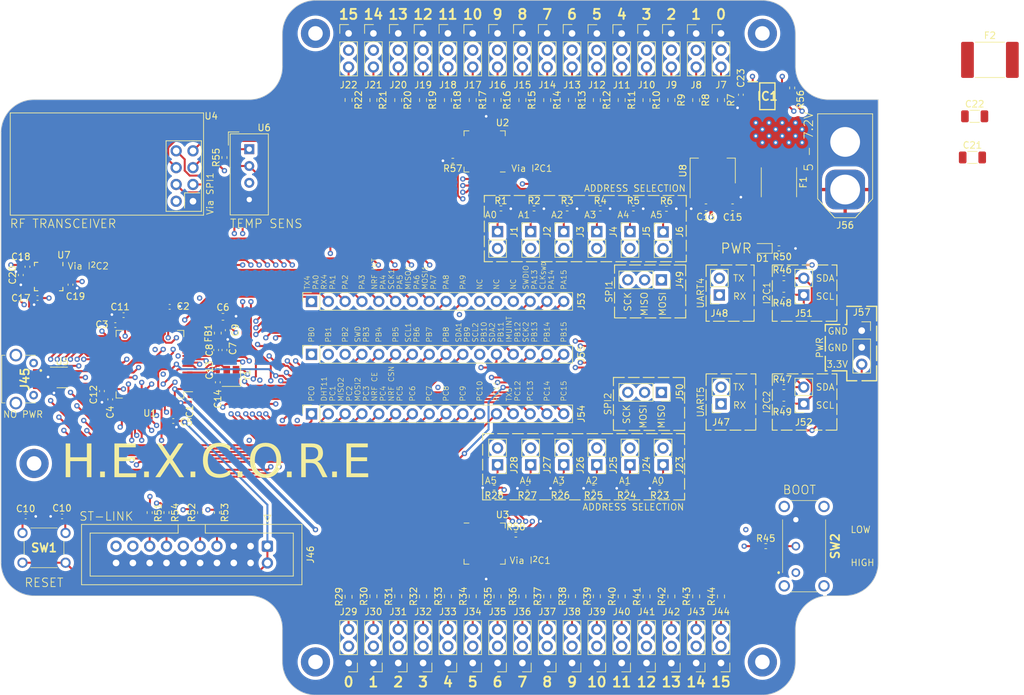
<source format=kicad_pcb>
(kicad_pcb (version 20221018) (generator pcbnew)
  (layers (0 "F.Cu" signal) (1 "In1.Cu" signal) (2 "In2.Cu" signal) (31 "B.Cu" signal "B. GND") (34 "B.Paste" user) (35 "F.Paste" user) (36 "B.SilkS" user "B.Silkscreen") (37 "F.SilkS" user "F.Silkscreen") (38 "B.Mask" user) (39 "F.Mask" user) (44 "Edge.Cuts" user))
  (net 0 "")
  (net 1 "U1A0")
  (net 2 "U1A1")
  (net 3 "U1A2")
  (net 4 "U1A3")
  (net 5 "U1A4")
  (net 6 "U1A5")
  (net 7 "U2A5")
  (net 8 "U2A4")
  (net 9 "U2A3")
  (net 10 "U2A2")
  (net 11 "U2A1")
  (net 12 "U2A0")
  (net 13 "Servo0")
  (net 14 "Servo1")
  (net 15 "Servo2")
  (net 16 "Servo3")
  (net 17 "Servo4")
  (net 18 "Servo5")
  (net 19 "Net-(U1-VCAP_1)")
  (net 20 "Servo6")
  (net 21 "Servo7")
  (net 22 "Servo8")
  (net 23 "Servo9")
  (net 24 "Servo10")
  (net 25 "Servo11")
  (net 26 "Servo12")
  (net 27 "Servo13")
  (net 28 "Net-(U1-VCAP_2)")
  (net 29 "Net-(J46-TMS{slash}SWDIO)")
  (net 30 "Net-(J46-TCK{slash}SWDCLK)")
  (net 32 "Servo14")
  (net 33 "Servo15")
  (net 34 "Servo16")
  (net 35 "Servo17")
  (net 36 "Servo18")
  (net 37 "Servo19")
  (net 38 "Servo20")
  (net 39 "Servo21")
  (net 40 "Net-(J46-TDO{slash}SWO)")
  (net 41 "Servo22")
  (net 42 "Servo23")
  (net 43 "Servo24")
  (net 44 "Servo25")
  (net 45 "Servo26")
  (net 46 "Servo27")
  (net 47 "Servo28")
  (net 48 "Servo29")
  (net 49 "Net-(U8-VO)")
  (net 51 "Net-(J46-~{SRST})")
  (net 54 "Servo30")
  (net 55 "Servo31")
  (net 56 "SPI2_MOSI")
  (net 57 "SPI2_MISO")
  (net 58 "+3.3V")
  (net 59 "/USB_ESD_D-")
  (net 60 "/USB_ESD_D+")
  (net 61 "+3.3VA")
  (net 62 "USB_ID")
  (net 63 "USB_D-")
  (net 64 "USB_D+")
  (net 65 "SWDIO")
  (net 66 "SWDCLK")
  (net 67 "UART5_TX")
  (net 68 "UART5_RX")
  (net 69 "/BOOT0")
  (net 70 "SWDO")
  (net 71 "HSE_IN")
  (net 72 "HSE_OUT")
  (net 73 "NRST")
  (net 74 "I2C2_SDA")
  (net 75 "I2C2_SCL")
  (net 76 "Net-(D1-K)")
  (net 77 "Net-(U3-LED0)")
  (net 78 "Net-(U3-LED1)")
  (net 79 "Net-(U3-LED2)")
  (net 80 "Net-(U3-LED3)")
  (net 81 "Net-(U3-LED4)")
  (net 82 "Net-(U3-LED5)")
  (net 83 "Net-(U3-LED6)")
  (net 84 "Net-(U3-LED7)")
  (net 85 "Net-(U3-LED8)")
  (net 86 "Net-(U3-LED9)")
  (net 87 "Net-(U3-LED10)")
  (net 88 "Net-(U3-LED11)")
  (net 89 "Net-(U3-LED12)")
  (net 90 "Net-(U3-LED13)")
  (net 91 "Net-(U3-LED14)")
  (net 92 "Net-(U3-LED15)")
  (net 93 "/SW_BOOT0")
  (net 94 "UART4_TX")
  (net 95 "LTC_ALERT")
  (net 96 "UART4_RX")
  (net 98 "VBUS")
  (net 99 "SPI1_SCK")
  (net 100 "SPI1_MISO")
  (net 101 "SPI1_MOSI")
  (net 102 "NRF_IRQ")
  (net 103 "NRF_CSN")
  (net 104 "NRF_CE")
  (net 105 "DHT11_DA")
  (net 107 "SPI2_SCK")
  (net 108 "IMU_INT")
  (net 109 "Net-(U2-LED0)")
  (net 110 "Net-(U2-LED1)")
  (net 111 "Net-(U2-LED2)")
  (net 112 "Net-(U2-LED3)")
  (net 113 "Net-(U2-LED4)")
  (net 114 "Net-(U2-LED5)")
  (net 115 "Net-(U2-LED6)")
  (net 116 "Net-(U2-LED7)")
  (net 117 "Net-(U2-LED8)")
  (net 118 "Net-(U2-LED9)")
  (net 119 "Net-(U2-LED10)")
  (net 120 "Net-(U2-LED11)")
  (net 121 "Net-(U2-LED12)")
  (net 122 "Net-(U2-LED13)")
  (net 123 "Net-(U2-LED14)")
  (net 124 "Net-(U2-LED15)")
  (net 125 "I2C1_SCL")
  (net 126 "I2C1_SDA")
  (net 127 "GND")
  (net 128 "Net-(SW1-COM_2)")
  (net 129 "Net-(U7-CPOUT)")
  (net 130 "Net-(U2-~{OE})")
  (net 131 "Net-(J53-Pin_4)")
  (net 132 "Net-(J53-Pin_9)")
  (net 133 "Net-(J53-Pin_10)")
  (net 134 "Net-(J53-Pin_16)")
  (net 135 "Net-(J54-Pin_1)")
  (net 136 "Net-(J54-Pin_7)")
  (net 137 "Net-(J54-Pin_8)")
  (net 138 "Net-(J54-Pin_9)")
  (net 139 "Net-(J54-Pin_10)")
  (net 140 "Net-(J54-Pin_11)")
  (net 141 "Net-(J54-Pin_12)")
  (net 142 "Net-(J54-Pin_14)")
  (net 143 "Net-(J54-Pin_15)")
  (net 144 "Net-(J54-Pin_16)")
  (net 145 "Net-(J55-Pin_1)")
  (net 146 "Net-(J55-Pin_2)")
  (net 147 "Net-(J55-Pin_3)")
  (net 148 "Net-(J55-Pin_5)")
  (net 149 "Net-(J55-Pin_6)")
  (net 150 "Net-(J55-Pin_8)")
  (net 151 "Net-(J55-Pin_9)")
  (net 152 "Net-(J55-Pin_15)")
  (net 153 "Net-(J55-Pin_16)")
  (net 170 "Net-(IC1-ADR1)")
  (net 171 "Net-(U3-~{OE})")
  (net 172 "Net-(IC1-SENSE-)")
  (net 173 "+7.5V")
  (net 174 "/BAT_POS")
  (footprint "Connector_PinHeader_2.54mm:PinHeader_1x03_P2.54mm_Vertical" (layer "F.Cu") (at 133.75 122.66 180)
    (fp_text reference "J44")
    (fp_text value "Servo")
  )
  (footprint "MountingHole:MountingHole_2.2mm_M2_Pad" (layer "F.Cu") (at 140 27.5)
    (fp_text reference "H2" hide)
    (fp_text value "MountingHole")
  )
  (footprint "Capacitor_SMD:C_0402_1005Metric" (layer "F.Cu") (at 40.25 81.562 -90)
    (fp_text reference "C12")
    (fp_text value "100n")
  )
  (footprint "Resistor_SMD:R_0603_1608Metric" (layer "F.Cu") (at 81.25 37.575 -90)
    (fp_text reference "R21")
    (fp_text value "220")
  )
  (footprint "Inductor_SMD:L_0603_1608Metric" (layer "F.Cu") (at 57.75 72.7945 90)
    (fp_text reference "FB1")
    (fp_text value "120R")
  )
  (footprint "Resistor_SMD:R_0402_1005Metric" (layer "F.Cu") (at 57.62 99.92 -90)
    (fp_text reference "R53")
    (fp_text value "22")
  )
  (footprint "Connector_PinSocket_2.54mm:PinSocket_1x02_P2.54mm_Vertical" (layer "F.Cu") (at 146.25 83.5 180)
    (fp_text reference "J52")
    (fp_text value "Conn_01x02")
  )
  (footprint "Connector_PinSocket_2.54mm:PinSocket_1x03_P2.54mm_Vertical" (layer "F.Cu") (at 124.75 64.75 -90)
    (fp_text reference "J49")
    (fp_text value "Conn_01x03")
  )
  (footprint "Capacitor_SMD:C_0603_1608Metric" (layer "F.Cu") (at 131.475 53.785 180)
    (fp_text reference "C16")
    (fp_text value "22u")
  )
  (footprint "Capacitor_SMD:C_0402_1005Metric" (layer "F.Cu") (at 58.75 75.352 -90)
    (fp_text reference "C7")
    (fp_text value "10n")
  )
  (footprint "Resistor_SMD:R_0402_1005Metric" (layer "F.Cu") (at 55.08 99.92 -90)
    (fp_text reference "R52")
    (fp_text value "22")
  )
  (footprint "Capacitor_SMD:C_0402_1005Metric" (layer "F.Cu") (at 30.52 67.5 180)
    (fp_text reference "C17")
    (fp_text value "10n")
  )
  (footprint "Resistor_SMD:R_0402_1005Metric" (layer "F.Cu") (at 47.46 99.92 -90)
    (fp_text reference "R51")
    (fp_text value "22")
  )
  (footprint "Resistor_SMD:R_0603_1608Metric" (layer "F.Cu") (at 133.75 112.6 90)
    (fp_text reference "R44")
    (fp_text value "220")
  )
  (footprint "Capacitor_SMD:C_0402_1005Metric" (layer "F.Cu") (at 57.75 78.102 -90)
    (fp_text reference "C13")
    (fp_text value "10p")
  )
  (footprint "Connector_PinHeader_2.54mm:PinHeader_1x02_P2.54mm_Vertical" (layer "F.Cu") (at 105 57.46)
    (fp_text reference "J2")
    (fp_text value "U1A")
  )
  (footprint "Connector_PinSocket_2.54mm:PinSocket_1x16_P2.54mm_Vertical" (layer "F.Cu") (at 71.9 85 90)
    (fp_text reference "J54")
    (fp_text value "Conn_01x16")
  )
  (footprint "Resistor_SMD:R_0402_1005Metric" (layer "F.Cu") (at 104.49 96.16 180)
    (fp_text reference "R27")
    (fp_text value "220")
  )
  (footprint "#Custom Stuff:SOP65P490X110-12N" (layer "F.Cu") (at 140.75 37)
    (fp_text reference "IC1")
    (fp_text value "LTC2945CMS#PBF" hide)
  )
  (footprint "Resistor_SMD:R_0603_1608Metric" (layer "F.Cu") (at 88.75 112.59 90)
    (fp_text reference "R32")
    (fp_text value "220")
  )
  (footprint "Connector_PinSocket_2.54mm:PinSocket_1x16_P2.54mm_Vertical" (layer "F.Cu") (at 71.9 76 90)
    (fp_text reference "J55")
    (fp_text value "Conn_01x16")
  )
  (footprint "Resistor_SMD:R_0603_1608Metric" (layer "F.Cu") (at 81.25 112.575 90)
    (fp_text reference "R30")
    (fp_text value "220")
  )
  (footprint "Connector_PinHeader_2.54mm:PinHeader_1x02_P2.54mm_Vertical" (layer "F.Cu") (at 125 92.7 180)
    (fp_text reference "J23")
    (fp_text value "U1A")
  )
  (footprint "Connector_PinHeader_2.54mm:PinHeader_1x03_P2.54mm_Vertical" (layer "F.Cu") (at 115 122.66 180)
    (fp_text reference "J39")
    (fp_text value "Servo")
  )
  (footprint "Connector_PinSocket_2.54mm:PinSocket_1x02_P2.54mm_Vertical" (layer "F.Cu") (at 133.75 83.5 180)
    (fp_text reference "J47")
    (fp_text value "Conn_01x02")
  )
  (footprint "Resistor_SMD:R_0603_1608Metric" (layer "F.Cu") (at 85 37.575 -90)
    (fp_text reference "R20")
    (fp_text value "220")
  )
  (footprint "Sensor:Aosong_DHT11_5.5x12.0_P2.54mm" (layer "F.Cu") (at 62.5 45)
    (fp_text reference "U6")
    (fp_text value "DHT11")
  )
  (footprint "Capacitor_SMD:C_1206_3216Metric" (layer "F.Cu") (at 172.0625 40.03)
    (fp_text reference "C22")
    (fp_text value "10uF")
  )
  (footprint "Connector_PinHeader_2.54mm:PinHeader_1x03_P2.54mm_Vertical" (layer "F.Cu") (at 81.25 27.5)
    (fp_text reference "J21")
    (fp_text value "Servo")
  )
  (footprint "Resistor_SMD:R_0603_1608Metric" (layer "F.Cu") (at 130 112.585 90)
    (fp_text reference "R43")
    (fp_text value "220")
  )
  (footprint "Connector_PinHeader_2.54mm:PinHeader_1x03_P2.54mm_Vertical" (layer "F.Cu") (at 130 122.66 180)
    (fp_text reference "J43")
    (fp_text value "Servo")
  )
  (footprint "Connector_PinHeader_2.54mm:PinHeader_1x03_P2.54mm_Vertical" (layer "F.Cu") (at 118.75 122.66 180)
    (fp_text reference "J40")
    (fp_text value "Servo")
  )
  (footprint "Capacitor_SMD:C_0402_1005Metric" (layer "F.Cu") (at 42.27 71.582 180)
    (fp_text reference "C3")
    (fp_text value "100n")
  )
  (footprint "Connector_PinHeader_2.54mm:PinHeader_1x03_P2.54mm_Vertical" (layer "F.Cu") (at 88.75 122.66 180)
    (fp_text reference "J32")
    (fp_text value "Servo")
  )
  (footprint "Capacitor_SMD:C_0402_1005Metric" (layer "F.Cu") (at 57.5 75.352 -90)
    (fp_text reference "C8")
    (fp_text value "1u")
  )
  (footprint "Capacitor_SMD:C_0402_1005Metric" (layer "F.Cu") (at 29 62.77 90)
    (fp_text reference "C18")
    (fp_text value "100n")
  )
  (footprint "Capacitor_SMD:C_0402_1005Metric" (layer "F.Cu") (at 59.25 72.352 -90)
    (fp_text reference "C9")
    (fp_text value "1u")
  )
  (footprint "Resistor_SMD:R_0603_1608Metric" (layer "F.Cu") (at 118.75 37.575 -90)
    (fp_text reference "R11")
    (fp_text value "220")
  )
  (footprint "Connector_PinHeader_2.54mm:PinHeader_1x03_P2.54mm_Vertical" (layer "F.Cu") (at 96.25 122.66 180)
    (fp_text reference "J34")
    (fp_text value "Servo")
  )
  (footprint "Capacitor_SMD:C_0402_1005Metric" (layer "F.Cu") (at 28 64.02 -90)
    (fp_text reference "C20")
    (fp_text value "100n")
  )
  (footprint "Crystal:Crystal_SMD_2520-4Pin_2.5x2.0mm" (layer "F.Cu") (at 59.8 79.207 90)
    (fp_text reference "Y1")
    (fp_text value "16Mhz")
  )
  (footprint "Resistor_SMD:R_0603_1608Metric" (layer "F.Cu") (at 115 37.575 -90)
    (fp_text reference "R12")
    (fp_text value "220")
  )
  (footprint "Connector_PinHeader_2.54mm:PinHeader_1x02_P2.54mm_Vertical" (layer "F.Cu") (at 100 92.7 180)
    (fp_text reference "J28")
    (fp_text value "U1A")
  )
  (footprint "Resistor_SMD:R_0402_1005Metric" (layer "F.Cu") (at 143.24 64.5 180)
    (fp_text reference "R46")
    (fp_text value "2k2")
  )
  (footprint "Resistor_SMD:R_0603_1608Metric" (layer "F.Cu") (at 103.75 37.575 -90)
    (fp_text reference "R15")
    (fp_text value "220")
  )
  (footprint "#Custom Stuff:EG1224" (layer "F.Cu") (at 145.0525 109 90)
    (fp_text reference "SW2")
    (fp_text value "~" hide)
  )
  (footprint "Resistor_SMD:R_0603_1608Metric" (layer "F.Cu") (at 130 37.575 -90)
    (fp_text reference "R8")
    (fp_text value "220")
  )
  (footprint "Resistor_SMD:R_0402_1005Metric" (layer "F.Cu") (at 143.24 67 180)
    (fp_text reference "R48")
    (fp_text value "2k2")
  )
  (footprint "Resistor_SMD:R_0402_1005Metric" (layer "F.Cu") (at 58.75 46.26 -90)
    (fp_text reference "R55")
    (fp_text value "5k")
  )
  (footprint "Capacitor_SMD:C_0402_1005Metric" (layer "F.Cu") (at 53.5 82.812 -90)
    (fp_text reference "C1")
    (fp_text value "100n")
  )
  (footprint "Connector_PinHeader_2.54mm:PinHeader_1x02_P2.54mm_Vertical" (layer "F.Cu") (at 120 92.7 180)
    (fp_text reference "J24")
    (fp_text value "U1A")
  )
  (footprint "Resistor_SMD:R_0402_1005Metric" (layer "F.Cu") (at 93.24 46.75 180)
    (fp_text reference "R57")
    (fp_text value "220")
  )
  (footprint "Connector_PinHeader_2.54mm:PinHeader_1x02_P2.54mm_Vertical" (layer "F.Cu") (at 105 92.7 180)
    (fp_text reference "J27")
    (fp_text value "U1A")
  )
  (footprint "Capacitor_SMD:C_0402_1005Metric" (layer "F.Cu") (at 35.5 65.48 90)
    (fp_text reference "C19")
    (fp_text value "2n2")
  )
  (footprint "Connector_PinHeader_2.54mm:PinHeader_1x03_P2.54mm_Vertical" (layer "F.Cu") (at 103.75 122.66 180)
    (fp_text reference "J36")
    (fp_text value "Servo")
  )
  (footprint "Connector_PinHeader_2.54mm:PinHeader_1x03_P2.54mm_Vertical" (layer "F.Cu") (at 115 27.515)
    (fp_text reference "J12")
    (fp_text value "Servo")
  )
  (footprint "Resistor_SMD:R_0603_1608Metric" (layer "F.Cu") (at 77.5 37.56 -90)
    (fp_text reference "R22")
    (fp_text value "220")
  )
  (footprint "Connector_PinHeader_2.54mm:PinHeader_1x03_P2.54mm_Vertical" (layer "F.Cu") (at 85 27.5)
    (fp_text reference "J20")
    (fp_text value "Servo")
  )
  (footprint "Package_TO_SOT_SMD:SOT-23-6" (layer "F.Cu") (at 34.25 79.496)
    (fp_text reference "U5")
    (fp_text value "USBLC6-2SC6" hide)
  )
  (footprint "Resistor_SMD:R_0402_1005Metric" (layer "F.Cu") (at 99.49 96.16 180)
    (fp_text reference "R28")
    (fp_text value "220")
  )
  (footprint "Connector_PinHeader_2.54mm:PinHeader_1x03_P2.54mm_Vertical" (layer "F.Cu") (at 122.5 122.66 180)
    (fp_text reference "J41")
    (fp_text value "Servo")
  )
  (footprint "Connector_PinHeader_2.54mm:PinHeader_1x03_P2.54mm_Vertical" (layer "F.Cu") (at 100 122.66 180)
    (fp_text reference "J35")
    (fp_text value "Servo")
  )
  (footprint "Package_DFN_QFN:QFN-28-1EP_6x6mm_P0.65mm_EP4.25x4.25mm" (layer "F.Cu") (at 98.05 45.3375 180)
    (fp_text reference "U2")
    (fp_text value "PCA9685BS")
  )
  (footprint "Connector_PinSocket_2.54mm:PinSocket_1x03_P2.54mm_Vertical" (layer "F.Cu") (at 155 72.42)
    (fp_text reference "J57")
    (fp_text value "Conn_01x03")
  )
  (footprint "Capacitor_SMD:C_0402_1005Metric" (layer "F.Cu") (at 50.48 68.832)
    (fp_text reference "C2")
    (fp_text value "100n")
  )
  (footprint "Resistor_SMD:R_0402_1005Metric" (layer "F.Cu") (at 125.51 54)
    (fp_text reference "R6")
    (fp_text value "220")
  )
  (footprint "Capacitor_SMD:C_0402_1005Metric" (layer "F.Cu") (at 28.73 100.5)
    (fp_text reference "C10")
    (fp_text value "100n")
  )
  (footprint "Connector_PinHeader_2.54mm:PinHeader_1x02_P2.54mm_Vertical" (layer "F.Cu") (at 110 57.46)
    (fp_text reference "J3")
    (fp_text value "U1A")
  )
  (footprint "Connector_PinHeader_2.54mm:PinHeader_1x03_P2.54mm_Vertical" (layer "F.Cu") (at 85 122.66 180)
    (fp_text reference "J31")
    (fp_text value "Servo")
  )
  (footprint "Capacitor_SMD:C_0402_1005Metric" (layer "F.Cu") (at 43.52 70.082 180)
    (fp_text reference "C11")
    (fp_text value "100n")
  )
  (footprint "Resistor_SMD:R_0603_1608Metric" (layer "F.Cu") (at 111.25 37.575 -90)
    (fp_text reference "R13")
    (fp_text value "220")
  )
  (footprint "Resistor_SMD:R_0402_1005Metric" (layer "F.Cu") (at 110.51 53.96)
    (fp_text reference "R3")
    (fp_text value "220")
  )
  (footprint "Resistor_SMD:R_0402_1005Metric" (layer "F.Cu") (at 114.49 96.16 180)
    (fp_text reference "R25")
    (fp_text value "220")
  )
  (footprint "MountingHole:MountingHole_2.2mm_M2_Pad" (layer "F.Cu") (at 140 122.5)
    (fp_text reference "H4" hide)
    (fp_text value "MountingHole")
  )
  (footprint "Resistor_SMD:R_0603_1608Metric" (layer "F.Cu") (at 118.75 112.59 90)
    (fp_text reference "R40")
    (fp_text value "220")
  )
  (footprint "Connector_AMASS:AMASS_XT60-M_1x02_P7.20mm_Vertical" (layer "F.Cu") (at 152.5 51.1 90)
    (fp_text reference "J56")
    (fp_text value "Conn_01x02")
  )
  (footprint "Resistor_SMD:R_0603_1608Metric" (layer "F.Cu") (at 133.75 37.575 -90)
    (fp_text reference "R7")
    (fp_text value "220")
  )
  (footprint "Connector_PinHeader_2.54mm:PinHeader_1x03_P2.54mm_Vertical" (layer "F.Cu") (at 122.5 27.5)
    (fp_text reference "J10")
    (fp_text value "Servo")
  )
  (footprint "Package_TO_SOT_SMD:SOT-223-3_TabPin2" (layer "F.Cu") (at 132.5 48.26 90)
    (fp_text reference "U8")
    (fp_text value "AMS1117-3.3")
  )
  (footprint "Connector_PinHeader_2.54mm:PinHeader_1x02_P2.54mm_Vertical" (layer "F.Cu") (at 115 92.7 180)
    (fp_text reference "J25")
    (fp_text value "U1A")
  )
  (footprint "Connector_IDC:IDC-Header_2x10_P2.54mm_Vertical" (layer "F.Cu") (at 65.24 105 -90)
    (fp_text reference "J46")
    (fp_text value "Conn_ARM_JTAG_SWD_20")
  )
  (footprint "Connector_PinHeader_2.54mm:PinHeader_1x03_P2.54mm_Vertical" (layer "F.Cu") (at 88.75 27.5)
    (fp_text reference "J19")
    (fp_text value "Servo")
  )
  (footprint "Resistor_SMD:R_0402_1005Metric" (layer "F.Cu") (at 109.49 96.16 180)
    (fp_text reference "R26")
    (fp_text value "220")
  )
  (footprint "Connector_PinHeader_2.54mm:PinHeader_1x02_P2.54mm_Vertical" (layer "F.Cu") (at 110 92.7 180)
    (fp_text reference "J26")
    (fp_text value "U1A")
  )
  (footprint "#Custom Stuff:MICROXNJ" (layer "F.Cu") (at 27.25 79.75 90)
    (fp_text reference "J45")
    (fp_text value "USB_B_Micro" hide)
  )
  (footprint "Capacitor_SMD:C_0603_1608Metric" (layer "F.Cu") (at 135.5 53.785)
    (fp_text reference "C15")
    (fp_text value "22u")
  )
  (footprint "Connector_PinHeader_2.54mm:PinHeader_1x03_P2.54mm_Vertical" (layer "F.Cu") (at 96.25 27.5)
    (fp_text reference "J17")
    (fp_text value "Servo")
  )
  (footprint "Connector_PinHeader_2.54mm:PinHeader_1x03_P2.54mm_Vertical" (layer "F.Cu") (at 100 27.5)
    (fp_text reference "J16")
    (fp_text value "Servo")
  )
  (footprint "Connector_PinHeader_2.54mm:PinHeader_1x03_P2.54mm_Vertical" (layer "F.Cu") (at 130 27.515)
    (fp_text reference "J8")
    (fp_text value "Servo")
  )
  (footprint "Connector_PinHeader_2.54mm:PinHeader_1x03_P2.54mm_Vertical" (layer "F.Cu") (at 92.5 122.66 180)
    (fp_text reference "J33")
    (fp_text value "Servo")
  )
  (footprint "RF_Module:nRF24L01_Breakout" (layer "F.Cu") (at 54 52.87 180)
    (fp_text reference "U4")
    (fp_text value "NRF24L01_Breakout")
  )
  (footprint "Resistor_SMD:R_0402_1005Metric" (layer "F.Cu") (at 140.51 105)
    (fp_text reference "R45")
    (fp_text value "10K")
  )
  (footprint "Connector_PinSocket_2.54mm:PinSocket_1x16_P2.54mm_Vertical" (layer "F.Cu") (at 71.9 68 90)
    (fp_text reference "J53")
    (fp_text value "Conn_01x16")
  )
  (footprint "Resistor_SMD:R_0402_1005Metric" (layer "F.Cu") (at 100.51 53.96)
    (fp_text reference "R1")
    (fp_text value "220")
  )
  (footprint "Capacitor_SMD:C_0402_1005Metric" (layer "F.Cu") (at 34.23 100.5)
    (fp_text reference "C10")
    (fp_text value "100n")
  )
  (footprint "Resistor_SMD:R_0402_1005Metric" (layer "F.Cu") (at 143.24 80.96)
    (fp_text reference "R47")
    (fp_text value "2k2")
  )
  (footprint "Resistor_SMD:R_0402_1005Metric" (layer "F.Cu") (at 115.51 53.96)
    (fp_text reference "R4")
    (fp_text value "220")
  )
  (footprint "Resistor_SMD:R_0603_1608Metric" (layer "F.Cu") (at 107.5 112.59 90)
    (fp_text reference "R37")
    (fp_text value "220")
  )
  (footprint "Capacitor_SMD:C_0402_1005Metric" (layer "F.Cu") (at 57.75 80.23 90)
    (fp_text reference "C14")
    (fp_text value "10p")
  )
  (footprint "Resistor_SMD:R_0603_1608Metric" (layer "F.Cu") (at 92.5 112.575 90)
    (fp_text reference "R33")
    (fp_text value "220")
  )
  (footprint "Resistor_SMD:R_0603_1608Metric" (layer "F.Cu") (at 122.5 112.59 90)
    (fp_text reference "R41")
    (fp_text value "220")
  )
  (footprint "Resistor_SMD:R_0603_1608Metric" (layer "F.Cu") (at 115 112.575 90)
    (fp_text reference "R39")
    (fp_text value "220")
  )
  (footprint "Connector_PinHeader_2.54mm:PinHeader_1x03_P2.54mm_Vertical" (layer "F.Cu") (at 107.5 27.5)
    (fp_text reference "J14")
    (fp_text value "Servo")
  )
  (footprint "#Custom Stuff:18259106" (layer "F.Cu") (at 28.25 103)
    (fp_text reference "SW1")
    (fp_text value "1825910-6" hide)
  )
  (footprint "Connector_PinHeader_2.54mm:PinHeader_1x03_P2.54mm_Vertical" (layer "F.Cu") (at 103.75 27.5)
    (fp_text reference "J15")
    (fp_text value "Servo")
  )
  (footprint "Capacitor_SMD:C_0402_1005Metric" (layer "F.Cu") (at 51.02 86.082 180)
    (fp_text reference "C5")
    (fp_text value "100n")
  )
  (footprint "Resistor_SMD:R_0603_1608Metric" (layer "F.Cu") (at 111.25 112.575 90)
    (fp_text reference "R38")
    (fp_text value "220")
  )
  (footprint "Resistor_SMD:R_0402_1005Metric" (layer "F.Cu") (at 50 99.92 -90)
    (fp_text reference "R54")
    (fp_text value "22")
  )
  (footprint "Connector_PinHeader_2.54mm:PinHeader_1x03_P2.54mm_Vertical" (layer "F.Cu") (at 107.5 122.66 180)
    (fp_text reference "J37")
    (fp_text value "Servo")
  )
  (footprint "Connector_PinHeader_2.54mm:PinHeader_1x03_P2.54mm_Vertical" (layer "F.Cu") (at 77.5 122.66 180)
    (fp_text reference "J29")
    (fp_text value "Servo")
  )
  (footprint "Connector_PinHeader_2.54mm:PinHeader_1x03_P2.54mm_Vertical" (layer "F.Cu") (at 111.25 27.5)
    (fp_text reference "J13")
    (fp_text value "Servo")
  )
  (footprint "Resistor_SMD:R_0603_1608Metric" (layer "F.Cu") (at 103.75 112.59 90)
    (fp_text reference "R36")
    (fp_text value "220")
  )
  (footprint "Resistor_SMD:R_0603_1608Metric" (layer "F.Cu") (at 126.25 112.6 90)
    (fp_text reference "R42")
    (fp_text value "220")
  )
  (footprint "Sensor_Motion:InvenSense_QFN-24_4x4mm_P0.5mm" (layer "F.Cu") (at 32.2 64.25 -90)
    (fp_text reference "U7")
    (fp_text value "MPU-6050")
  )
  (footprint "Connector_PinHeader_2.54mm:PinHeader_1x03_P2.54mm_Vertical" (layer "F.Cu") (at 92.5 27.5)
    (fp_text reference "J18")
    (fp_text value "Servo")
  )
  (footprint "Connector_PinHeader_2.54mm:PinHeader_1x03_P2.54mm_Vertical" (layer "F.Cu") (at 81.25 122.66 180)
    (fp_text reference "J30")
    (fp_text value "Servo")
  )
  (footprint "Resistor_SMD:R_0603_1608Metric" (layer "F.Cu") (at 77.5 112.65 90)
    (fp_text reference "R29")
    (fp_text value "220")
  )
  (footprint "Connector_PinHeader_2.54mm:PinHeader_1x03_P2.54mm_Vertical" (layer "F.Cu") (at 118.75 27.515)
    (fp_text reference "J11")
    (fp_text value "Servo")
  )
  (footprint "Fuse:Fuse_2920_7451Metric" (layer "F.Cu") (at 142.5 50 -90)
    (fp_text reference "F1")
    (fp_text value "TLC-LSMD300")
  )
  (footprint "Connector_PinSocket_2.54mm:PinSocket_1x02_P2.54mm_Vertical" (layer "F.Cu") (at 146.25 67.04 180)
    (fp_text reference "J51")
    (fp_text value "Conn_01x02")
  )
  (footprint "Package_DFN_QFN:QFN-28-1EP_6x6mm_P0.65mm_EP4.25x4.25mm" (layer "F.Cu") (at 98.05 104.61)
    (fp_text reference "U3")
    (fp_text value "PCA9685BS")
  )
  (footprint "Resistor_SMD:R_0603_1608Metric" (layer "F.Cu") (at 96.25 37.575 -90)
    (fp_text reference "R17")
    (fp_text value "220")
  )
  (footprint "Resistor_SMD:R_0603_1608Metric" (layer "F.Cu") (at 126.25 37.575 -90)
    (fp_text reference "R9")
    (fp_text value "220")
  )
  (footprint "Connector_PinHeader_2.54mm:PinHeader_1x02_P2.54mm_Vertical" (layer "F.Cu") (at 125 57.5)
    (fp_text reference "J6")
    (fp_text value "U1A")
  )
  (footprint "Resistor_SMD:R_0603_1608Metric" (layer "F.Cu") (at 96.25 112.575 90)
    (fp_text reference "R34")
    (fp_text value "220")
  )
  (footprint "MountingHole:MountingHole_2.2mm_M2_Pad" (layer "F.Cu") (at 72.5 27.5)
    (fp_text reference "H1" hide)
    (fp_text value "MountingHole")
  )
  (footprint "Connector_PinHeader_2.54mm:PinHeader_1x03_P2.54mm_Vertical" (layer "F.Cu") (at 111.25 122.66 180)
    (fp_text reference "J38")
    (fp_text value "Servo")
  )
  (footprint "Connector_PinHeader_2.54mm:PinHeader_1x03_P2.54mm_Vertical" (layer "F.Cu") (at 133.75 27.5)
    (fp_text reference "J7")
    (fp_text value "Servo")
  )
  (footprint "Resistor_SMD:R_0603_1608Metric" (layer "F.Cu") (at 100 37.575 -90)
    (fp_text reference "R16")
    (fp_text value "220")
  )
  (footprint "Capacitor_SMD:C_1206_3216Metric" (layer "F.Cu") (at 171.725 46.25)
    (fp_text reference "C21")
    (fp_text value "10uF")
  )
  (footprint "Resistor_SMD:R_0603_1608Metric" (layer "F.Cu") (at 88.75 37.575 -90)
    (fp_text reference "R19")
    (fp_text value "220")
  )
  (footprint "Resistor_SMD:R_0402_1005Metric" (layer "F.Cu") (at 144.5 35.74 90)
    (fp_text reference "R56")
    (fp_text value "0.02")
  )
  (footprint "Capacitor_SMD:C_0402_1005Metric" (layer "F.Cu") (at 136.75 36.77 90)
    (fp_text reference "C23")
    (fp_text value "0.1uF")
  )
  (footprint "Resistor_SMD:R_0402_1005Metric" (layer "F.Cu") (at 124.49 96.16 180)
    (fp_text reference "R23")
    (fp_text value "220")
  )
  (footprint "Package_QFP:LQFP-64_10x10mm_P0.5mm" (layer "F.Cu") (at 47.5 77.5 180)
    (fp_text reference "U1")
    (fp_text value "STM32F405RGT6" hide)
  )
  (footprint "Connector_PinHeader_2.54mm:PinHeader_1x03_P2.54mm_Vertical" (layer "F.Cu") (at 126.25 122.685 180)
    (fp_text reference "J42")
    (fp_text value "Servo")
  )
  (footprint "Connector_PinSocket_2.54mm:PinSocket_1x03_P2.54mm_Vertical" (layer "F.Cu") (at 124.75 81.75 -90)
    (fp_text reference "J50")
    (fp_text value "Conn_01x03")
  )
  (footprint "Resistor_SMD:R_0603_1608Metric" (layer "F.Cu") (at 100 112.59 90)
    (fp_text reference "R35")
    (fp_text value "220")
  )
  (footprint "Resistor_SMD:R_0603_1608Metric" (layer "F.Cu") (at 107.5 37.575 -90)
    (fp_text reference "R14")
    (fp_text value "220")
  )
  (footprint "Resistor_SMD:R_0402_1005Metric" (layer "F.Cu") (at 105.51 53.96)
    (fp_text reference "R2")
    (fp_text value "220")
  )
  (footprint "MountingHole:MountingHole_2.2mm_M2_Pad" (layer "F.Cu") (at 72.5 122.5)
    (fp_text reference "H3" hide)
    (fp_text value "MountingHole")
  )
  (footprint "Connector_PinHeader_2.54mm:PinHeader_1x03_P2.54mm_Vertical" (layer "F.Cu") (at 126.25 27.5)
    (fp_text reference "J9")
    (fp_text value "Servo")
  )
  (footprint "MountingHole:MountingHole_2.2mm_M2_Pad" (layer "F.Cu") (at 30 92.5)
    (fp_text reference "H5" hide)
    (fp_text value "MountingHole")
  )
  (footprint "Resistor_SMD:R_0603_1608Metric" (layer "F.Cu") (at 85 112.575 90)
    (fp_text reference "R31")
    (fp_text value "220")
  )
  (footprint "Resistor_SMD:R_0402_1005Metric" (layer "F.Cu") (at 119.5 96.16 180)
    (fp_text reference "R24")
    (fp_text value "220")
  )
  (footprint "Resistor_SMD:R_0402_1005Metric" (layer "F.Cu") (at 143.24 83.46)
    (fp_text reference "R49")
    (fp_text value "2k2")
  )
  (footprint "Connector_PinHeader_2.54mm:PinHeader_1x02_P2.54mm_Vertical" (layer "F.Cu") (at 115 57.46)
    (fp_text reference "J4")
    (fp_text value "U1A")
  )
  (footprint "Connector_PinSocket_2.54mm:PinSocket_1x02_P2.54mm_Vertical" (layer "F.Cu") (at 133.5 67.04 180)
    (fp_text reference "J48")
    (fp_text value "Conn_01x02")
  )
  (footprint "Resistor_SMD:R_0402_1005Metric" (layer "F.Cu") (at 142.5 60 180)
    (fp_text reference "R50")
    (fp_text value "2k2")
  )
  (footprint "Resistor_SMD:R_0603_1608Metric" (layer "F.Cu") (at 122.5 37.575 -90)
    (fp_text reference "R10")
    (fp_text value "220")
  )
  (footprint "Resistor_SMD:R_0603_1608Metric" (layer "F.Cu") (at 92.5 37.575 -90)
    (fp_text reference "R18")
    (fp_text value "220")
  )
  (footprint "Resistor_SMD:R_0402_1005Metric" (layer "F.Cu") (at 102.76 103.25)
    (fp_text reference "R58")
    (fp_text value "220")
  )
  (footprint "Resistor_SMD:R_0402_1005Metric" (layer "F.Cu") (at 120.51 53.96)
    (fp_text reference "R5")
    (fp_text value "220")
  )
  (footprint "Connector_PinHeader_2.54mm:PinHeader_1x03_P2.54mm_Vertical" (layer "F.Cu") (at 77.5 27.5)
    (fp_text reference "J22")
    (fp_text value "Servo")
  )
  (footprint "Connector_PinHeader_2.54mm:PinHeader_1x02_P2.54mm_Vertical" (layer "F.Cu") (at 100 57.46)
    (fp_text reference "J1")
    (fp_text value "U1A")
  )
  (footprint "Fuse:Fuse_2920_7451Metric" (layer "F.Cu") (at 174.3625 31.5)
    (fp_text reference "F2")
    (fp_text value "TLC_LSMD050")
  )
  (footprint "Capacitor_SMD:C_0603_1608Metric" (layer "F.Cu") (at 58.525 70.332)
    (fp_text reference "C6")
    (fp_text value "10u")
  )
  (footprint "Connector_PinHeader_2.54mm:PinHeader_1x02_P2.54mm_Vertical" (layer "F.Cu") (at 120 57.46)
    (fp_text reference "J5")
    (fp_text value "U1A")
  )
  (footprint "LED_SMD:LED_0603_1608Metric" (layer "F.Cu") (at 140 60 180)
    (fp_text reference "D1")
    (fp_text value "RED")
  )
  (footprint "Capacitor_SMD:C_0402_1005Metric" (layer "F.Cu") (at 41.5 82.812 -90)
    (fp_text reference "C4")
    (fp_text value "100n")
  )
  (gr_rect (start 141.5 78.96) (end 151.25 87.46) (stroke (width 0.15) (type dash)) (fill none) (layer "F.SilkS"))
  (gr_rect (start 117.67 62.5) (end 128.42 70.5) (stroke (width 0.15) (type dash)) (fill none) (layer "F.SilkS"))
  (gr_rect (start 98 52) (end 128.5 62) (stroke (width 0.15) (type dash)) (fill none) (layer "F.SilkS"))
  (gr_rect (start 131.5 62.5) (end 138.75 71) (stroke (width 0.15) (type dash)) (fill none) (layer "F.SilkS"))
  (gr_poly (pts (xy 149.5 71.5) (xy 152.75 71.5) (xy 152.75 68.75) (xy 157.25 68.75) (xy 157.25 80) (xy 152.75 80) (xy 152.75 78.5) (xy 149.5 78.5)) (stroke (width 0.2) (type dash)) (fill none) (layer "F.SilkS"))
  (gr_rect (start 131.5 78.96) (end 139 87.46) (stroke (width 0.15) (type dash)) (fill none) (layer "F.SilkS"))
  (gr_rect (start 141.5 62.5) (end 151.25 71) (stroke (width 0.15) (type dash)) (fill none) (layer "F.SilkS"))
  (gr_rect (start 97.75 88) (end 128.25 98) (stroke (width 0.15) (type dash)) (fill none) (layer "F.SilkS"))
  (gr_rect (start 117.5 79.5) (end 128.25 87.5) (stroke (width 0.15) (type dash)) (fill none) (layer "F.SilkS"))
  (gr_arc (start 157.5 107.5) (mid 156.035534 111.035534) (end 152.5 112.5) (stroke (width 0.1)) (layer "Edge.Cuts"))
  (gr_line (start 157.5 107.5) (end 157.5 37.5) (stroke (width 0.1)) (layer "Edge.Cuts"))
  (gr_line (start 25 42.5) (end 25 107.5) (stroke (width 0.1)) (layer "Edge.Cuts"))
  (gr_line (start 67.5 117.5) (end 67.5 122.5) (stroke (width 0.1)) (layer "Edge.Cuts"))
  (gr_arc (start 62.5 112.5) (mid 66.035534 113.964466) (end 67.5 117.5) (stroke (width 0.1)) (layer "Edge.Cuts"))
  (gr_line (start 67.5 27.5) (end 67.5 32.5) (stroke (width 0.1)) (layer "Edge.Cuts"))
  (gr_line (start 140 22.5) (end 72.5 22.5) (stroke (width 0.1)) (layer "Edge.Cuts"))
  (gr_arc (start 30 112.5) (mid 26.464466 111.035534) (end 25 107.5) (stroke (width 0.1)) (layer "Edge.Cuts"))
  (gr_arc (start 25 42.5) (mid 26.464466 38.964466) (end 30 37.5) (stroke (width 0.1)) (layer "Edge.Cuts"))
  (gr_arc (start 145 122.5) (mid 143.535534 126.035534) (end 140 127.5) (stroke (width 0.1)) (layer "Edge.Cuts"))
  (gr_line (start 150 112.5) (end 152.5 112.5) (stroke (width 0.1)) (layer "Edge.Cuts"))
  (gr_arc (start 140 22.5) (mid 143.535534 23.964466) (end 145 27.5) (stroke (width 0.1)) (layer "Edge.Cuts"))
  (gr_arc (start 145 117.5) (mid 146.464466 113.964466) (end 150 112.5) (stroke (width 0.1)) (layer "Edge.Cuts"))
  (gr_arc (start 67.5 32.5) (mid 66.035534 36.035534) (end 62.5 37.5) (stroke (width 0.1)) (layer "Edge.Cuts"))
  (gr_line (start 30 112.5) (end 62.5 112.5) (stroke (width 0.1)) (layer "Edge.Cuts"))
  (gr_line (start 145 32.5) (end 145 27.5) (stroke (width 0.1)) (layer "Edge.Cuts"))
  (gr_line (start 157.5 37.5) (end 150 37.5) (stroke (width 0.1)) (layer "Edge.Cuts"))
  (gr_arc (start 67.5 27.5) (mid 68.964466 23.964466) (end 72.5 22.5) (stroke (width 0.1)) (layer "Edge.Cuts"))
  (gr_line (start 72.5 127.5) (end 140 127.5) (stroke (width 0.1)) (layer "Edge.Cuts"))
  (gr_arc (start 72.5 127.5) (mid 68.964466 126.035534) (end 67.5 122.5) (stroke (width 0.1)) (layer "Edge.Cuts"))
  (gr_arc (start 150 37.5) (mid 146.464466 36.035534) (end 145 32.5) (stroke (width 0.1)) (layer "Edge.Cuts"))
  (gr_line (start 145 122.5) (end 145 117.5) (stroke (width 0.1)) (layer "Edge.Cuts"))
  (gr_line (start 62.5 37.5) (end 30 37.5) (stroke (width 0.1)) (layer "Edge.Cuts"))
  (gr_text "SCK2\nPB13" (at 104.92 74.25 90) (layer "F.SilkS") (effects (font (size 0.8 0.8) (thickness 0.08)) (justify left)))
  (gr_text "PC11" (at 99.84 83.17 90) (layer "F.SilkS") (effects (font (size 0.8 0.8) (thickness 0.08)) (justify left)))
  (gr_text "SDA1\nPB9" (at 94.76 74.25 90) (layer "F.SilkS") (effects (font (size 0.8 0.8) (thickness 0.08)) (justify left)))
  (gr_text "10" (at 96.25 25.5) (layer "F.SilkS") (effects (font (size 1.5 1.5) (thickness 0.3) bold) (justify bottom)))
  (gr_text "SDA2\nPB11" (at 99.84 74.25 90) (layer "F.SilkS") (effects (font (size 0.8 0.8) (thickness 0.08)) (justify left)))
  (gr_text "11" (at 118.75 124.66) (layer "F.SilkS") (effects (font (size 1.5 1.5) (thickness 0.3) bold) (justify top)))
  (gr_text "PC9" (at 94.76 83.17 90) (layer "F.SilkS") (effects (font (size 0.8 0.8) (thickness 0.08)) (justify left)))
  (gr_text "PA15" (at 110 66.28 90) (layer "F.SilkS") (effects (font (size 0.8 0.8) (thickness 0.08)) (justify left)))
  (gr_text "NC" (at 102.38 66.28 90) (layer "F.SilkS") (effects (font (size 0.8 0.8) (thickness 0.08)) (justify left)))
  (gr_text "12" (at 122.5 124.66) (layer "F.SilkS") (effects (font (size 1.5 1.5) (thickness 0.3) bold) (justify top)))
  (gr_text "LOW" (at 153.25 102.5) (layer "F.SilkS") (effects (font (size 1 1) (thickness 0.125)) (justify left)))
  (gr_text "13" (at 126.25 124.66) (layer "F.SilkS") (effects (font (size 1.5 1.5) (thickness 0.3) bold) (justify top)))
  (gr_text "RX" (at 135.5 83.71) (layer "F.SilkS") (effects (font (size 1 1) (thickness 0.125)) (justify left)))
  (gr_text "7" (at 107.5 25.5) (layer "F.SilkS") (effects (font (size 1.5 1.5) (thickness 0.3) bold) (justify bottom)))
  (gr_text "6" (at 100 124.66) (layer "F.SilkS") (effects (font (size 1.5 1.5) (thickness 0.3) bold) (justify top)))
  (gr_text "NC" (at 99.84 66.28 90) (layer "F.SilkS") (effects (font (size 0.8 0.8) (thickness 0.08)) (justify left)))
  (gr_text "DHT11\nPC1" (at 74.44 83.17 90) (layer "F.SilkS") (effects (font (size 0.8 0.8) (thickness 0.08)) (justify left)))
  (gr_text "A3" (at 114 55.5) (layer "F.SilkS") (effects (font (size 1 1) (thickness 0.125)) (justify bottom)))
  (gr_text "PB14" (at 107.46 74.25 90) (layer "F.SilkS") (effects (font (size 0.8 0.8) (thickness 0.08)) (justify left)))
  (gr_text "MOSI1\nPA7" (at 89.68 66.28 90) (layer "F.SilkS") (effects (font (size 0.8 0.8) (thickness 0.08)) (justify left)))
  (gr_text "PC10\n" (at 97.3 83.17 90) (layer "F.SilkS") (effects (font (size 0.8 0.8) (thickness 0.08)) (justify left)))
  (gr_text "PC7" (at 89.68 83.17 90) (layer "F.SilkS") (effects (font (size 0.8 0.8) (thickness 0.08)) (justify left)))
  (gr_text "8" (at 103.75 25.5) (layer "F.SilkS") (effects (font (size 1.5 1.5) (thickness 0.3) bold) (justify bottom)))
  (gr_text "H.E.X.C.O.R.E" (at 57.5 92.5) (layer "F.SilkS") (effects (font (size 5 5) (thickness 0.8))))
  (gr_text "1" (at 130 25.5) (layer "F.SilkS") (effects (font (size 1.5 1.5) (thickness 0.3) bold) (justify bottom)))
  (gr_text "SCL" (at 148 83.71) (layer "F.SilkS") (effects (font (size 1 1) (thickness 0.125)) (justify left)))
  (gr_text "MISO" (at 122.17 66.5 90) (layer "F.SilkS") (effects (font (size 1 1) (thickness 0.125)) (justify right)))
  (gr_text "PWR" (at 138.5 60) (layer "F.SilkS") (effects (font (size 1.5 1.5)) (justify right)))
  (gr_text "SCL2\nPB10" (at 97.3 74.25 90) (layer "F.SilkS") (effects (font (size 0.8 0.8) (thickness 0.08)) (justify left)))
  (gr_text "NRF INT\nPA4" (at 82.06 66.28 90) (layer "F.SilkS") (effects (font (size 0.8 0.8) (thickness 0.08)) (justify left)))
  (gr_text "A1\n" (at 104 55.5) (layer "F.SilkS") (effects (font (size 1 1) (thickness 0.125)) (justify bottom)))
  (gr_text "RESET" (at 31.5 109.75) (layer "F.SilkS") (effects (font (size 1.3 1.3) (thickness 0.125)) (justify top)))
  (gr_text "PB7" (at 89.68 74.25 90) (layer "F.SilkS") (effects (font (size 0.8 0.8) (thickness 0.08)) (justify left)))
  (gr_text "UART5" (at 131.25 83.21 90) (layer "F.SilkS") (effects (font (size 1 1) (thickness 0.125)) (justify bottom)))
  (gr_text "SPI2" (at 117.25 83.5 90) (layer "F.SilkS") (effects (font (size 1 1) (thickness 0.125)) (justify bottom)))
  (gr_text "TX" (at 135.5 80.96) (layer "F.SilkS") (effects (font (size 1 1) (thickness 0.125)) (justify left)))
  (gr_text "I2C1" (at 141.25 66.75 90) (layer "F.SilkS") (effects (font (size 1 1) (thickness 0.125)) (justify bottom)))
  (gr_text "PC14" (at 107.46 83.17 90) (layer "F.SilkS") (effects (font (size 0.8 0.8) (thickness 0.08)) (justify left)))
  (gr_text "MISO1\nPA6" (at 87.14 66.28 90) (layer "F.SilkS") (effects (font (size 0.8 0.8) (thickness 0.08)) (justify left)))
  (gr_text "PC0" (at 71.9 83.17 90) (layer "F.SilkS") (effects (font (size 0.8 0.8) (thickness 0.08)) (justify left)))
  (gr_text "A3" (at 109.25 94.5) (layer "F.SilkS") (effects (font (size 1 1) (thickness 0.125)) (justify top)))
  (gr_text "MOSI" (at 122 83.5 90) (layer "F.SilkS") (effects (font (size 1 1) (thickness 0.125)) (justify right)))
  (gr_text "5 - 7.2V" (at 147.75 39.25 90) (layer "F.SilkS") (effects (font (size 1.3 1.3) (thickness 0.125)) (justify right bottom)))
  (gr_text "A4" (at 104.25 94.5) (layer "F.SilkS") (effects (font (size 1 1) (thickness 0.125)) (justify top)))
  (gr_text "A4" (at 119 55.5) (layer "F.SilkS") (effects (font (size 1 1) (thickness 0.125)) (justify bottom)))
  (gr_text "SDA" (at 148 64.5) (layer "F.SilkS") (effects (font (size 1 1) (thickness 0.125)) (justify left)))
  (gr_text "8" (at 107.5 124.66) (layer "F.SilkS") (effects (font (size 1.5 1.5) (thickness 0.3) bold) (justify top)))
  (gr_text "1" (at 81.25 124.66) (layer "F.SilkS") (effects (font (size 1.5 1.5) (thickness 0.3) bold) (justify top)))
  (gr_text "13" (at 85 25.5) (layer "F.SilkS") (effects (font (size 1.5 1.5) (thickness 0.3) bold) (justify bottom)))
  (gr_text "7" (at 103.75 124.66) (layer "F.SilkS") (effects (font (size 1.5 1.5) (thickness 0.3) bold) (justify top)))
  (gr_text "SCK" (at 119.67 66.5 90) (layer "F.SilkS") (effects (font (size 1 1) (thickness 0.125)) (justify right)))
  (gr_text "PB0" (at 71.9 74.25 90) (layer "F.SilkS") (effects (font (size 0.8 0.8) (thickness 0.08)) (justify left)))
  (gr_text "2" (at 85 124.66) (layer "F.SilkS") (effects (font (size 1.5 1.5) (thickness 0.3) bold) (justify top)))
  (gr_text "ST-LINK" (at 36.75 101.25) (layer "F.SilkS") (effects (font (size 1.3 1.3) (thickness 0.125)) (justify left bottom)))
  (gr_text "PA9" (at 94.76 66.28 90) (layer "F.SilkS") (effects (font (size 0.8 0.8) (thickness 0.08)) (justify left)))
  (gr_text "3" (at 122.5 25.5) (layer "F.SilkS") (effects (font (size 1.5 1.5) (thickness 0.3) bold) (justify bottom)))
  (gr_text "PB4" (at 82.06 74.25 90) (layer "F.SilkS") (effects (font (size 0.8 0.8) (thickness 0.08)) (justify left)))
  (gr_text "SCK1\nPA5" (at 84.6 66.28 90) (layer "F.SilkS") (effects (font (size 0.8 0.8) (thickness 0.08)) (justify left)))
  (gr_text "5" (at 115 25.5) (layer "F.SilkS") (effects (font (size 1.5 1.5) (thickness 0.3) bold) (justify bottom)))
  (gr_text "MISO2\nPC2" (at 76.98 83.17 90) (layer "F.SilkS") (effects (font (size 0.8 0.8) (thickness 0.08)) (justify left)))
  (gr_text "IMUINT\nPB12" (at 102.38 74.25 90) (layer "F.SilkS") (effects (font (size 0.8 0.8) (thickness 0.08)) (justify left)))
  (gr_text "I2C2" (at 141.25 83.21 90) (layer "F.SilkS") (effects (font (size 1 1) (thickness 0.125)) (justify bottom)))
  (gr_text "HIGH" (at 153.25 107.5) (layer "F.SilkS") (effects (font (size 1 1) (thickness 0.125)) (justify left)))
  (gr_text "3" (at 88.75 124.66) (layer "F.SilkS") (effects (font (size 1.5 1.5) (thickness 0.3) bold) (justify top)))
  (gr_text "A5" (at 99 94.5) (layer "F.SilkS") (effects (font (size 1 1) (thickness 0.125)) (justify top)))
  (gr_text "MOSI" (at 124.92 66.5 90) (layer "F.SilkS") (effects (font (size 1 1) (thickness 0.125)) (justify right)))
  (gr_text "14" (at 81.25 25.5) (layer "F.SilkS") (effects (font (size 1.5 1.5) (thickness 0.3) bold) (justify bottom)))
  (gr_text "12" (at 88.75 25.5) (layer "F.SilkS") (effects (font (size 1.5 1.5) (thickness 0.3) bold) (justify bottom)))
  (gr_text "Via I^{2}C1" (at 101.75 107.75) (layer "F.SilkS") (effects (font (size 1 1) (thickness 0.125)) (justify left bottom)))
  (gr_text "11" (at 92.5 25.5) (layer "F.SilkS") (effects (font (size 1.5 1.5) (thickness 0.3) bold) (justify bottom)))
  (gr_text "PA8" (at 92.22 66.28 90) (layer "F.SilkS") (effects (font (size 0.8 0.8) (thickness 0.08)) (justify left)))
  (gr_text "PB15" (at 110 74.25 90) (layer "F.SilkS") (effects (font (size 0.8 0.8) (thickness 0.08)) (justify left)))
  (gr_text "ADDRESS SELECTION" (at 128.5 51.5) (layer "F.SilkS") (effects (font (size 1 1) (thickness 0.125)) (justify right bottom)))
  (gr_text "4" (at 118.75 25.5) (layer "F.SilkS") (effects (font (size 1.5 1.5) (thickness 0.3) bold) (justify bottom)))
  (gr_text "15" (at 133.75 124.66) (layer "F.SilkS") (effects (font (size 1.5 1.5) (thickness 0.3) bold) (justify top)))
  (gr_text "SCK" (at 119.5 83.5 90) (layer "F.SilkS") (effects (font (size 1 1) (thickness 0.125)) (justify right)))
  (gr_text "SCL1\nPB6" (at 87.14 74.25 90) (layer "F.SilkS") (effects (font (size 0.8 0.8) (thickness 0.08)) (justify left)))
  (gr_text "TX" (at 135.5 64.5) (layer "F.SilkS") (effects (font (size 1 1) (thickness 0.125)) (justify left)))
  (gr_text "ADDRESS SELECTION" (at 128.25 98.5) (layer "F.SilkS") (effects (font (size 1 1) (thickness 0.125)) (justify right top)))
  (gr_text "4" (at 92.5 124.66) (layer "F.SilkS") (effects (font (size 1.5 1.5) (thickness 0.3) bold) (justify top)))
  (gr_text "NRF CSN\nPC5" (at 84.6 83.17 90) (layer "F.SilkS") (effects (font (size 0.8 0.8) (thickness 0.08)) (justify left)))
  (gr_text "BOOT" (at 143 97.25) (layer "F.SilkS") (effects (font (size 1.3 1.3) (thickness 0.125)) (justify left bottom)))
  (gr_text "PWR" (at 149.25 75 90) (layer "F.SilkS") (effects (font (size 1 1) (thickness 0.125)) (justify bottom)))
  (gr_text "NRF CE\nPC4" (at 82.06 83.17 90) (layer "F.SilkS") (effects (font (size 0.8 0.8) (thickness 0.08)) (justify left)))
  (gr_text "PB5" (at 84.6 74.25 90) (layer "F.SilkS") (effects (font (size 0.8 0.8) (thickness 0.08)) (justify left)))
  (gr_text "PC8" (at 92.22 83.17 90) (layer "F.SilkS") (effects (font (size 0.8 0.8) (thickness 0.08)) (justify left)))
  (gr_text "GND" (at 153 72.5) (layer "F.SilkS") (effects (font (size 1 1) (thickness 0.125)) (justify right)))
  (gr_text "Via I^{2}C2" (at 35 63.25) (layer "F.SilkS") (effects (font (size 1 1) (thickness 0.125)) (justify left bottom)))
  (gr_text "A0" (at 99 55.5) (layer "F.SilkS") (effects (font (size 1 1) (thickness 0.125)) (justify bottom)))
  (gr_text "PC6" (at 87.14 83.17 90) (layer "F.SilkS") (effects (font (size 0.8 0.8) (thickness 0.08)) (justify left)))
  (gr_text "SWDIO\nPA13" (at 104.92 66.28 90) (layer "F.SilkS") (effects (font (size 0.8 0.8) (thickness 0.08)) (justify left)))
  (gr_text "A1" (at 119.25 94.5) (layer "F.SilkS") (effects (font (size 1 1) (thickness 0.125)) (justify top)))
  (gr_text "TX5\nPC12" (at 102.38 83.17 90) (layer "F.SilkS") (effects (font (size 0.8 0.8) (thickness 0.08)) (justify left)))
  (gr_text "A2" (at 114.25 94.5) (layer "F.SilkS") (effects (font (size 1 1) (thickness 0.125)) (justify top)))
  (gr_text "SCL" (at 148 67.25) (layer "F.SilkS") (effects (font (size 1 1) (thickness 0.125)) (justify left)))
  (gr_text "5" (at 96.25 124.66) (layer "F.SilkS") (effects (font (size 1.5 1.5) (thickness 0.3) bold) (justify top)))
  (gr_text "PB2" (at 76.98 74.25 90) (layer "F.SilkS") (effects (font (size 0.8 0.8) (thickness 0.08)) (justify left)))
  (gr_text "A2" (at 109 55.5) (layer "F.SilkS") (effects (font (size 1 1) (thickness 0.125)) (justify bottom)))
  (gr_text "9" (at 111.25 124.66) (layer "F.SilkS") (effects (font (size 1.5 1.5) (thickness 0.3) bold) (justify top)))
  (gr_text "3.3V" (at 153 77.5) (layer "F.SilkS") (effects (font (size 1 1) (thickness 0.125)) (justify right)))
  (gr_text "9" (at 100 25.5) (layer "F.SilkS") (effects (font (size 1.5 1.5) (thickness 0.3) bold) (justify bottom)))
  (gr_text "Via I^{2}C1" (at 102 48.5) (layer "F.SilkS") (effects (font (size 1 1) (thickness 0.125)) (justify left bottom)))
  (gr_text "0" (at 77.5 124.66) (layer "F.SilkS") (effects (font (size 1.5 1.5) (thickness 0.3) bold) (justify top)))
  (gr_text "10" (at 115 124.66) (layer "F.SilkS") (effects (font (size 1.5 1.5) (thickness 0.3) bold) (justify top)))
  (gr_text "TEMP SENS" (at 59.5 55.5) (layer "F.SilkS") (effects (font (size 1.3 1.3) (thickness 0.125)) (justify left top)))
  (gr_text "Via SPI1" (at 56 55 90) (layer "F.SilkS") (effects (font (size 1 1) (thickness 0.125)) (justify left top)))
  (gr_text "RF TRANSCEIVER" (at 26.25 55.5) (layer "F.SilkS") (effects (font (size 1.3 1.3) (thickness 0.125)) (justify left top)))
  (gr_text "A5" (at 124 55.5) (layer "F.SilkS") (effects (font (size 1 1) (thickness 0.125)) (justify bottom)))
  (gr_text "2" (at 126.25 25.5) (layer "F.SilkS") (effects (font (size 1.5 1.5) (thickness 0.3) bold) (justify bottom)))
  (gr_text "A0" (at 124.25 94.5) (layer "F.SilkS") (effects (font (size 1 1) (thickness 0.125)) (justify top)))
  (gr_text "PB8" (at 92.22 74.25 90) (layer "F.SilkS") (effects (font (size 0.8 0.8) (thickness 0.08)) (justify left)))
  (gr_text "NO PWR" (at 25.25 84.5) (layer "F.SilkS") (effects (font (size 1 1) (thickness 0.125)) (justify left top)))
  (gr_text "MISO" (at 124.75 83.5 90) (layer "F.SilkS") (effects (font (size 1 1) (thickness 0.125)) (justify right)))
  (gr_text "PA3" (at 79.52 66.28 90) (layer "F.SilkS") (effects (font (size 0.8 0.8) (thickness 0.08)) (justify left)))
  (gr_text "PB1" (at 74.44 74.25 90) (layer "F.SilkS") (effects (font (size 0.8 0.8) (thickness 0.08)) (justify left)))
  (gr_text "15" (at 77.5 25.5) (layer "F.SilkS") (effects (font (size 1.5 1.5) (thickness 0.3) bold) (justify bottom)))
  (gr_text "0" (at 133.75 25.5) (layer "F.SilkS") (effects (font (size 1.5 1.5) (thickness 0.3) bold) (justify bottom)))
  (gr_text "PC15" (at 110 83.17 90) (layer "F.SilkS") (effects (font (size 0.8 0.8) (thickness 0.08)) (justify left)))
  (gr_text "NC" (at 97.3 66.28 90) (layer "F.SilkS") (effects (font (size 0.8 0.8) (thickness 0.08)) (justify left)))
  (gr_text "GND" (at 153 75) (layer "F.SilkS") (effects (font (size 1 1) (thickness 0.125)) (justify right)))
  (gr_text "PC13" (at 104.92 83.17 90) (layer "F.SilkS") (effects (font (size 0.8 0.8) (thickness 0.08)) (justify left)))
  (gr_text "RX4\nPA1\n" (at 74.44 66.28 90) (layer "F.SilkS") (effects (font (size 0.8 0.8) (thickness 0.08)) (justify left)))
  (gr_text "MOSI2\nPC3" (at 79.52 83.17 90) (layer "F.SilkS") (effects (font (size 0.8 0.8) (thickness 0.08)) (justify left)))
  (gr_text "SDA" (at 148 80.96) (layer "F.SilkS") (effects (font (size 1 1) (thickness 0.125)) (justify left)))
  (gr_text "RX" (at 135.5 67.25) (layer "F.SilkS") (effects (font (size 1 1) (thickness 0.125)) (justify left)))
  (gr_text "UART4" (at 131.25 66.75 90) (layer "F.SilkS") (effects (font (size 1 1) (thickness 0.125)) (justify bottom)))
  (gr_text "SPI1" (at 117.42 66.5 90) (layer "F.SilkS") (effects (font (size 1 1) (thickness 0.125)) (justify bottom)))
  (gr_text "CLK_{SWD}\nPA14" (at 107.46 66.28 90) (layer "F.SilkS") (effects (font (size 0.8 0.8) (thickness 0.08)) (justify left)))
  (gr_text "6" (at 111.25 25.5) (layer "F.SilkS") (effects (font (size 1.5 1.5) (thickness 0.3) bold) (justify bottom)))
  (gr_text "TX4\nPA0" (at 71.9 66.28 90) (layer "F.SilkS") (effects (font (size 0.8 0.8) (thickness 0.08)) (justify left)))
  (gr_text "SWD\nPB3" (at 79.52 74.25 90) (layer "F.SilkS") (effects (font (size 0.8 0.8) (thickness 0.08)) (justify left)))
  (gr_text "PA2" (at 76.98 66.28 90) (layer "F.SilkS") (effects (font (size 0.8 0.8) (thickness 0.08)) (justify left)))
  (gr_text "14" (at 130 124.66) (layer "F.SilkS") (effects (font (size 1.5 1.5) (thickness 0.3) bold) (justify top)))
  (segment (start 100 50.664212) (end 100 53.96) (width 0.3) (layer "F.Cu") (net 1))
  (segment (start 98.7 48.175) (end 98.7 49.364212) (width 0.3) (layer "F.Cu") (net 1))
  (segment (start 100 53.96) (end 100 57.46) (width 0.3) (layer "F.Cu") (net 1))
  (segment (start 98.7 49.364212) (end 100 50.664212) (width 0.3) (layer "F.Cu") (net 1))
  (segment (start 105 57.46) (end 105 53.96) (width 0.3) (layer "F.Cu") (net 2))
  (segment (start 102.542894 52.5) (end 103.54 52.5) (width 0.3) (layer "F.Cu") (net 2))
  (segment (start 103.54 52.5) (end 105 53.96) (width 0.3) (layer "F.Cu") (net 2))
  (segment (start 99.35 48.175) (end 99.35 49.307106) (width 0.3) (layer "F.Cu") (net 2))
  (segment (start 99.35 49.307106) (end 102.542894 52.5) (width 0.3) (layer "F.Cu") (net 2))
  (segment (start 100 48.175) (end 100 49.25) (width 0.3) (layer "F.Cu") (net 3))
  (segment (start 108.04 52) (end 110 53.96) (width 0.3) (layer "F.Cu") (net 3))
  (segment (start 100 49.25) (end 102.75 52) (width 0.3) (layer "F.Cu") (net 3))
  (segment (start 102.75 52) (end 108.04 52) (width 0.3) (layer "F.Cu") (net 3))
  (segment (start 110 57.46) (end 110 53.96) (width 0.3) (layer "F.Cu") (net 3))
  (segment (start 115 53.96) (end 115 57.46) (width 0.3) (layer "F.Cu") (net 4))
  (segment (start 100.8875 47.2875) (end 100.8875 49.1375) (width 0.3) (layer "F.Cu") (net 4))
  (segment (start 103.25 51.5) (end 112.54 51.5) (width 0.3) (layer "F.Cu") (net 4))
  (segment (start 112.54 51.5) (end 115 53.96) (width 0.3) (layer "F.Cu") (net 4))
  (segment (start 100.8875 49.1375) (end 103.25 51.5) (width 0.3) (layer "F.Cu") (net 4))
  (segment (start 103.457106 51) (end 117.04 51) (width 0.3) (layer "F.Cu") (net 5))
  (segment (start 101.351041 46.6375) (end 101.853553 47.140012) (width 0.3) (layer "F.Cu") (net 5))
  (segment (start 120 57.46) (end 120 53.96) (width 0.3) (layer "F.Cu") (net 5))
  (segment (start 101.853553 49.396447) (end 103.457106 51) (width 0.3) (layer "F.Cu") (net 5))
  (segment (start 117.04 51) (end 120 53.96) (width 0.3) (layer "F.Cu") (net 5))
  (segment (start 100.8875 46.6375) (end 101.351041 46.6375) (width 0.3) (layer "F.Cu") (net 5))
  (segment (start 101.853553 47.140012) (end 101.853553 49.396447) (width 0.3) (layer "F.Cu") (net 5))
  (segment (start 95.2125 47.2875) (end 94 48.5) (width 0.3) (layer "F.Cu") (net 6))
  (segment (start 121.24147 50.24147) (end 103.75853 50.24147) (width 0.3) (layer "F.Cu") (net 6))
  (segment (start 94 48.5) (end 94 52) (width 0.3) (layer "F.Cu") (net 6))
  (segment (start 94.5 52.5) (end 94.75 52.5) (width 0.3) (layer "F.Cu") (net 6))
  (segment (start 125 54) (end 121.24147 50.24147) (width 0.3) (layer "F.Cu") (net 6))
  (segment (start 125 54) (end 125 57.5) (width 0.3) (layer "F.Cu") (net 6))
  (segment (start 94 52) (end 94.5 52.5) (width 0.3) (layer "F.Cu") (net 6))
  (via (at 94.75 52.5) (size 0.8) (drill 0.4) (layers "F.Cu" "B.Cu") (net 6))
  (via (at 103.75853 50.24147) (size 0.8) (drill 0.4) (layers "F.Cu" "B.Cu") (net 6))
  (segment (start 104.09 102.66) (end 100.8875 102.66) (width 0.3) (layer "F.Cu") (net 7))
  (segment (start 105.249503 101.500497) (end 104.09 102.66) (width 0.3) (layer "F.Cu") (net 7))
  (segment (start 105.249503 101.25) (end 105.249503 101.500497) (width 0.3) (layer "F.Cu") (net 7))
  (segment (start 100 96.16) (end 100.6595 96.16) (width 0.3) (layer "F.Cu") (net 7))
  (segment (start 100 92.7) (end 100 96.16) (width 0.3) (layer "F.Cu") (net 7))
  (segment (start 100.6595 96.16) (end 101 96.5005) (width 0.3) (layer "F.Cu") (net 7))
  (via (at 101 96.5005) (size 0.8) (drill 0.4) (layers "F.Cu" "B.Cu") (net 7))
  (via (at 105.249503 101.25) (size 0.8) (drill 0.4) (layers "F.Cu" "B.Cu") (net 7))
  (segment (start 94.35 102.911041) (end 94.35 101.359214) (width 0.3) (layer "F.Cu") (net 8))
  (segment (start 94.35 101.359214) (end 98.459212 97.25) (width 0.3) (layer "F.Cu") (net 8))
  (segment (start 105 96.16) (end 105 92.7) (width 0.3) (layer "F.Cu") (net 8))
  (segment (start 95.2125 103.31) (end 94.748959 103.31) (width 0.3) (layer "F.Cu") (net 8))
  (segment (start 103.91 97.25) (end 105 96.16) (width 0.3) (layer "F.Cu") (net 8))
  (segment (start 98.459212 97.25) (end 103.91 97.25) (width 0.3) (layer "F.Cu") (net 8))
  (segment (start 94.748959 103.31) (end 94.35 102.911041) (width 0.3) (layer "F.Cu") (net 8))
  (segment (start 98.666319 97.75) (end 108.41 97.75) (width 0.3) (layer "F.Cu") (net 9))
  (segment (start 95.2125 102.66) (end 95.2125 101.20382) (width 0.3) (layer "F.Cu") (net 9))
  (segment (start 108.41 97.75) (end 110 96.16) (width 0.3) (layer "F.Cu") (net 9))
  (segment (start 110 92.7) (end 110 96.16) (width 0.3) (layer "F.Cu") (net 9))
  (segment (start 95.2125 101.20382) (end 98.666319 97.75) (width 0.3) (layer "F.Cu") (net 9))
  (segment (start 96.1 101.023427) (end 98.873426 98.25) (width 0.3) (layer "F.Cu") (net 10))
  (segment (start 115 96.16) (end 115 92.7) (width 0.3) (layer "F.Cu") (net 10))
  (segment (start 98.873426 98.25) (end 112.91 98.25) (width 0.3) (layer "F.Cu") (net 10))
  (segment (start 96.1 101.7725) (end 96.1 101.023427) (width 0.3) (layer "F.Cu") (net 10))
  (segment (start 112.91 98.25) (end 115 96.16) (width 0.3) (layer "F.Cu") (net 10))
  (segment (start 120 96.15) (end 120 92.7) (width 0.3) (layer "F.Cu") (net 11))
  (segment (start 96.75 101.080534) (end 99.080533 98.75) (width 0.3) (layer "F.Cu") (net 11))
  (segment (start 120.01 96.16) (end 120 96.15) (width 0.3) (layer "F.Cu") (net 11))
  (segment (start 99.080533 98.75) (end 117.42 98.75) (width 0.3) (layer "F.Cu") (net 11))
  (segment (start 117.42 98.75) (end 120.01 96.16) (width 0.3) (layer "F.Cu") (net 11))
  (segment (start 96.75 101.7725) (end 96.75 101.080534) (width 0.3) (layer "F.Cu") (net 11))
  (segment (start 125 96.16) (end 125 92.7) (width 0.3) (layer "F.Cu") (net 12))
  (segment (start 97.4 101.13764) (end 99.28764 99.25) (width 0.3) (layer "F.Cu") (net 12))
  (segment (start 121.91 99.25) (end 125 96.16) (width 0.3) (layer "F.Cu") (net 12))
  (segment (start 97.4 101.7725) (end 97.4 101.13764) (width 0.3) (layer "F.Cu") (net 12))
  (segment (start 99.28764 99.25) (end 121.91 99.25) (width 0.3) (layer "F.Cu") (net 12))
  (segment (start 133.75 32.58) (end 133.75 36.75) (width 0.3) (layer "F.Cu") (net 13))
  (segment (start 130 36.75) (end 130 32.595) (width 0.3) (layer "F.Cu") (net 14))
  (segment (start 126.25 32.58) (end 126.25 36.75) (width 0.3) (layer "F.Cu") (net 15))
  (segment (start 122.5 32.58) (end 122.5 36.75) (width 0.3) (layer "F.Cu") (net 16))
  (segment (start 118.75 36.75) (end 118.75 32.595) (width 0.3) (layer "F.Cu") (net 17))
  (segment (start 115 32.595) (end 115 36.75) (width 0.3) (layer "F.Cu") (net 18))
  (segment (start 44.25 70.332) (end 44.25 71.825) (width 0.3) (layer "F.Cu") (net 19))
  (segment (start 44 70.082) (end 44.25 70.332) (width 0.3) (layer "F.Cu") (net 19))
  (segment (start 111.25 36.75) (end 111.25 32.58) (width 0.3) (layer "F.Cu") (net 20))
  (segment (start 107.5 32.58) (end 107.5 36.75) (width 0.3) (layer "F.Cu") (net 21))
  (segment (start 103.75 36.75) (end 103.75 32.58) (width 0.3) (layer "F.Cu") (net 22))
  (segment (start 100 36.75) (end 100 32.58) (width 0.3) (layer "F.Cu") (net 23))
  (segment (start 96.25 32.58) (end 96.25 36.75) (width 0.3) (layer "F.Cu") (net 24))
  (segment (start 92.5 36.75) (end 92.5 32.58) (width 0.3) (layer "F.Cu") (net 25))
  (segment (start 88.75 36.75) (end 88.75 32.58) (width 0.3) (layer "F.Cu") (net 26))
  (segment (start 85 36.75) (end 85 32.58) (width 0.3) (layer "F.Cu") (net 27))
  (segment (start 40.616959 81.082) (end 40.948959 80.75) (width 0.3) (layer "F.Cu") (net 28))
  (segment (start 40.948959 80.75) (end 41.825 80.75) (width 0.3) (layer "F.Cu") (net 28))
  (segment (start 40.25 81.082) (end 40.616959 81.082) (width 0.3) (layer "F.Cu") (net 28))
  (segment (start 57.62 100.43) (end 57.62 105) (width 0.3) (layer "F.Cu") (net 29))
  (segment (start 55.08 100.43) (end 55.08 105) (width 0.3) (layer "F.Cu") (net 30))
  (segment (start 81.25 32.58) (end 81.25 36.75) (width 0.3) (layer "F.Cu") (net 32))
  (segment (start 77.5 36.735) (end 77.5 32.58) (width 0.3) (layer "F.Cu") (net 33))
  (segment (start 77.5 113.475) (end 77.5 117.58) (width 0.3) (layer "F.Cu") (net 34))
  (segment (start 81.25 117.58) (end 81.25 113.4) (width 0.3) (layer "F.Cu") (net 35))
  (segment (start 85 113.4) (end 85 117.58) (width 0.3) (layer "F.Cu") (net 36))
  (segment (start 88.75 117.58) (end 88.75 113.415) (width 0.3) (layer "F.Cu") (net 37))
  (segment (start 92.5 113.4) (end 92.5 117.58) (width 0.3) (layer "F.Cu") (net 38))
  (segment (start 96.25 117.58) (end 96.25 113.4) (width 0.3) (layer "F.Cu") (net 39))
  (segment (start 50 100.43) (end 50 105) (width 0.3) (layer "F.Cu") (net 40))
  (segment (start 100 113.415) (end 100 117.58) (width 0.3) (layer "F.Cu") (net 41))
  (segment (start 103.75 117.58) (end 103.75 113.415) (width 0.3) (layer "F.Cu") (net 42))
  (segment (start 107.5 113.415) (end 107.5 117.58) (width 0.3) (layer "F.Cu") (net 43))
  (segment (start 111.25 117.58) (end 111.25 113.4) (width 0.3) (layer "F.Cu") (net 44))
  (segment (start 115 113.4) (end 115 117.58) (width 0.3) (layer "F.Cu") (net 45))
  (segment (start 118.75 117.58) (end 118.75 113.415) (width 0.3) (layer "F.Cu") (net 46))
  (segment (start 122.5 113.415) (end 122.5 117.58) (width 0.3) (layer "F.Cu") (net 47))
  (segment (start 126.25 117.605) (end 126.25 113.425) (width 0.3) (layer "F.Cu") (net 48))
  (segment (start 132.25 51.66) (end 132.5 51.41) (width 0.5) (layer "F.Cu") (net 49))
  (segment (start 132.25 53.785) (end 132.25 51.66) (width 0.5) (layer "F.Cu") (net 49))
  (segment (start 132.5 45.11) (end 132.5 51.41) (width 0.5) (layer "F.Cu") (net 49))
  (segment (start 132.25 53.785) (end 132.25 55.25) (width 0.5) (layer "F.Cu") (net 49))
  (via (at 132.25 55.25) (size 0.8) (drill 0.4) (layers "F.Cu" "B.Cu") (net 49))
  (segment (start 47.46 100.43) (end 47.46 105) (width 0.3) (layer "F.Cu") (net 51))
  (segment (start 130 117.58) (end 130 113.41) (width 0.3) (layer "F.Cu") (net 54))
  (segment (start 133.75 113.425) (end 133.75 117.58) (width 0.3) (layer "F.Cu") (net 55))
  (segment (start 62.5 76.9995) (end 61.907998 76.407498) (width 0.3) (layer "F.Cu") (net 56))
  (segment (start 61.970998 85.091613) (end 61.970998 84.999104) (width 0.3) (layer "F.Cu") (net 56))
  (segment (start 56.915035 76.25) (end 53.175 76.25) (width 0.3) (layer "F.Cu") (net 56))
  (segment (start 57.134704 76.469669) (end 56.915035 76.25) (width 0.3) (layer "F.Cu") (net 56))
  (segment (start 61.907998 76.407498) (end 60.456771 76.407498) (width 0.3) (layer "F.Cu") (net 56))
  (segment (start 70.25 88.25) (end 65.129385 88.25) (width 0.3) (layer "F.Cu") (net 56))
  (segment (start 65.129385 88.25) (end 61.970998 85.091613) (width 0.3) (layer "F.Cu") (net 56))
  (segment (start 76.27 88.25) (end 70.25 88.25) (width 0.3) (layer "F.Cu") (net 56))
  (segment (start 79.52 85) (end 76.27 88.25) (width 0.3) (layer "F.Cu") (net 56))
  (segment (start 60.456771 76.407498) (end 60.3946 76.469669) (width 0.3) (layer "F.Cu") (net 56))
  (segment (start 60.3946 76.469669) (end 57.134704 76.469669) (width 0.3) (layer "F.Cu") (net 56))
  (via (at 62.5 76.9995) (size 0.8) (drill 0.4) (layers "F.Cu" "B.Cu") (net 56))
  (via (at 61.970998 84.999104) (size 0.8) (drill 0.4) (layers "F.Cu" "B.Cu") (net 56))
  (via (at 64.095023 79.904977) (size 0.8) (drill 0.4) (layers "F.Cu" "B.Cu") (net 56))
  (segment (start 55.73661 76.75) (end 53.175 76.75) (width 0.3) (layer "F.Cu") (net 57))
  (segment (start 74.23 87.75) (end 70.25 87.75) (width 0.3) (layer "F.Cu") (net 57))
  (segment (start 55.987426 77.000816) (end 55.73661 76.75) (width 0.3) (layer "F.Cu") (net 57))
  (segment (start 65.690046 87.75) (end 62.970023 85.029977) (width 0.3) (layer "F.Cu") (net 57))
  (segment (start 70.25 87.75) (end 65.690046 87.75) (width 0.3) (layer "F.Cu") (net 57))
  (segment (start 76.98 85) (end 74.23 87.75) (width 0.3) (layer "F.Cu") (net 57))
  (via (at 62.970023 85.029977) (size 0.8) (drill 0.4) (layers "F.Cu" "B.Cu") (net 57))
  (via (at 55.987426 77.000816) (size 0.8) (drill 0.4) (layers "F.Cu" "B.Cu") (net 57))
  (segment (start 142.73 83.48) (end 142.73 83.46) (width 0.3) (layer "F.Cu") (net 58))
  (segment (start 51.5 86.082) (end 52.582 86.082) (width 0.3) (layer "F.Cu") (net 58))
  (segment (start 59.25 71.872) (end 57.885 71.872) (width 0.5) (layer "F.Cu") (net 58))
  (segment (start 62.5 45) (end 59.5 45) (width 0.3) (layer "F.Cu") (net 58))
  (segment (start 52.582 86.082) (end 52.75 86.25) (width 0.3) (layer "F.Cu") (net 58))
  (segment (start 58.08 46.42) (end 58.75 45.75) (width 0.3) (layer "F.Cu") (net 58))
  (segment (start 155 80) (end 155 77.5) (width 0.3) (layer "F.Cu") (net 58))
  (segment (start 43.75 71.825) (end 42.993 71.825) (width 0.3) (layer "F.Cu") (net 58))
  (segment (start 146.75 87.5) (end 142.73 83.48) (width 0.3) (layer "F.Cu") (net 58))
  (segment (start 57.885 71.872) (end 57.75 72.007) (width 0.5) (layer "F.Cu") (net 58))
  (segment (start 142.73 67) (end 142.73 64.5) (width 0.3) (layer "F.Cu") (net 58))
  (segment (start 41.5 81.575) (end 41.825 81.25) (width 0.3) (layer "F.Cu") (net 58))
  (segment (start 57.75 70.332) (end 57.75 72.007) (width 0.5) (layer "F.Cu") (net 58))
  (segment (start 59.25 71.872) (end 59.622 71.872) (width 0.3) (layer "F.Cu") (net 58))
  (segment (start 43.75 71.825) (end 43.75 73.25) (width 0.3) (layer "F.Cu") (net 58))
  (segment (start 147.5 87.5) (end 155 80) (width 0.3) (layer "F.Cu") (net 58))
  (segment (start 41.825 81.25) (end 43.5 81.25) (width 0.3) (layer "F.Cu") (net 58))
  (segment (start 51.25 85.832) (end 51.5 86.082) (width 0.3) (layer "F.Cu") (net 58))
  (segment (start 31 67.5) (end 32.25 67.5) (width 0.3) (layer "F.Cu") (net 58))
  (segment (start 104.25 101.189339) (end 104.25 101.25) (width 0.3) (layer "F.Cu") (net 58))
  (segment (start 59.622 71.872) (end 60.5 72.75) (width 0.3) (layer "F.Cu") (net 58))
  (segment (start 62.28 110.5) (end 65.24 107.54) (width 0.3) (layer "F.Cu") (net 58))
  (segment (start 53.5 81.575) (end 53.175 81.25) (width 0.3) (layer "F.Cu") (net 58))
  (segment (start 95.302753 51.5) (end 94.75 51.5) (width 0.3) (layer "F.Cu") (net 58))
  (segment (start 98.05 48.752753) (end 95.302753 51.5) (width 0.3) (layer "F.Cu") (net 58))
  (segment (start 37.746 79.496) (end 37.75 79.5) (width 0.3) (layer "F.Cu") (net 58))
  (segment (start 26.5 62.5) (end 28.207035 62.5) (width 0.3) (layer "F.Cu") (net 58))
  (segment (start 98.05 48.175) (end 98.05 48.752753) (width 0.3) (layer "F.Cu") (net 58))
  (segment (start 50.25 69.082) (end 50.25 71.825) (width 0.3) (layer "F.Cu") (net 58))
  (segment (start 99.494746 99.75) (end 102.810661 99.75) (width 0.3) (layer "F.Cu") (net 58))
  (segment (start 28.25 107.5) (end 34.75 107.5) (width 0.3) (layer "F.Cu") (net 58))
  (segment (start 51.25 83.175) (end 51.25 81.25) (width 0.3) (layer "F.Cu") (net 58))
  (segment (start 37.75 110.5) (end 62.28 110.5) (width 0.3) (layer "F.Cu") (net 58))
  (segment (start 29.25 63.5) (end 30.25 63.5) (width 0.3) (layer "F.Cu") (net 58))
  (segment (start 53.175 81.25) (end 51.25 81.25) (width 0.3) (layer "F.Cu") (net 58))
  (segment (start 50.25 71.825) (end 50.25 73.5) (width 0.3) (layer "F.Cu") (net 58))
  (segment (start 142.73 80.96) (end 142.73 83.46) (width 0.3) (layer "F.Cu") (net 58))
  (segment (start 65.24 105) (end 65.24 107.54) (width 0.3) (layer "F.Cu") (net 58))
  (segment (start 51.25 83.175) (end 51.25 85.832) (width 0.3) (layer "F.Cu") (net 58))
  (segment (start 41.5 82.332) (end 41.5 81.575) (width 0.3) (layer "F.Cu") (net 58))
  (segment (start 31 67.5) (end 30.95 67.45) (width 0.3) (layer "F.Cu") (net 58))
  (segment (start 102.810661 99.75) (end 104.25 101.189339) (width 0.3) (layer "F.Cu") (net 58))
  (segment (start 98.05 101.7725) (end 98.05 101.194747) (width 0.3) (layer "F.Cu") (net 58))
  (segment (start 50 68.832) (end 50.25 69.082) (width 0.3) (layer "F.Cu") (net 58))
  (segment (start 42.993 71.825) (end 42.75 71.582) (width 0.3) (layer "F.Cu") (net 58))
  (segment (start 35.3875 79.496) (end 37.746 79.496) (width 0.3) (layer "F.Cu") (net 58))
  (segment (start 59.5 45) (end 58.75 45.75) (width 0.3) (layer "F.Cu") (net 58))
  (segment (start 98.05 101.194747) (end 99.494746 99.75) (width 0.3) (layer "F.Cu") (net 58))
  (segment (start 30.95 67.45) (end 30.95 66.2) (width 0.3) (layer "F.Cu") (net 58))
  (segment (start 28.957035 63.25) (end 29 63.25) (width 0.3) (layer "F.Cu") (net 58))
  (segment (start 58.75 48.25) (end 58.08 47.58) (width 0.3) (layer "F.Cu") (net 58))
  (segment (start 29 63.25) (end 29.25 63.5) (width 0.3) (layer "F.Cu") (net 58))
  (segment (start 147.5 62.5) (end 144.73 62.5) (width 0.3) (layer "F.Cu") (net 58))
  (segment (start 147.5 87.5) (end 146.75 87.5) (width 0.3) (layer "F.Cu") (net 58))
  (segment (start 34.75 107.5) (end 37.75 110.5) (width 0.3) (layer "F.Cu") (net 58))
  (segment (start 53.5 82.332) (end 53.5 81.575) (width 0.3) (layer "F.Cu") (net 58))
  (segment (start 58.08 47.58) (end 58.08 46.42) (width 0.3) (layer "F.Cu") (net 58))
  (segment (start 28.207035 62.5) (end 28.957035 63.25) (width 0.3) (layer "F.Cu") (net 58))
  (segment (start 144.73 62.5) (end 142.73 64.5) (width 0.3) (layer "F.Cu") (net 58))
  (via (at 147.5 87.5) (size 0.8) (drill 0.4) (layers "F.Cu" "B.Cu") (net 58))
  (via (at 43.75 73.25) (size 0.8) (drill 0.4) (layers "F.Cu" "B.Cu") (net 58))
  (via (at 51.25 81.25) (size 0.8) (drill 0.4) (layers "F.Cu" "B.Cu") (net 58))
  (via (at 26.5 62.5) (size 0.8) (drill 0.4) (layers "F.Cu" "B.Cu") (net 58))
  (via (at 147.5 62.5) (size 0.8) (drill 0.4) (layers "F.Cu" "B.Cu") (net 58))
  (via (at 58.75 48.25) (size 0.8) (drill 0.4) (layers "F.Cu" "B.Cu") (net 58))
  (via (at 60.5 72.75) (size 0.8) (drill 0.4) (layers "F.Cu" "B.Cu") (net 58))
  (via (at 94.75 51.5) (size 0.8) (drill 0.4) (layers "F.Cu" "B.Cu") (net 58))
  (via (at 52.75 86.25) (size 0.8) (drill 0.4) (layers "F.Cu" "B.Cu") (net 58))
  (via (at 137.5 102.5) (size 0.8) (drill 0.4) (layers "F.Cu" "B.Cu") (net 58))
  (via (at 37.75 79.5) (size 0.8) (drill 0.4) (layers "F.Cu" "B.Cu") (net 58))
  (via (at 50.25 73.5) (size 0.8) (drill 0.4) (layers "F.Cu" "B.Cu") (net 58))
  (via (at 43.5 81.25) (size 0.8) (drill 0.4) (layers "F.Cu" "B.Cu") (net 58))
  (via (at 72.5 102.5) (size 0.8) (drill 0.4) (layers "F.Cu" "B.Cu") (net 58))
  (via (at 104.25 101.25) (size 0.8) (drill 0.4) (layers "F.Cu" "B.Cu") (net 58))
  (via (at 32.25 67.5) (size 0.8) (drill 0.4) (layers "F.Cu" "B.Cu") (net 58))
  (segment (start 52.75 86.25) (end 65.24 98.74) (width 0.3) (layer "B.Cu") (net 58))
  (segment (start 65.24 98.74) (end 65.24 105) (width 0.3) (layer "B.Cu") (net 58))
  (segment (start 72.5 102.5) (end 51.25 81.25) (width 0.5) (layer "B.Cu") (net 58))
  (segment (start 31.375 79.1) (end 30.45 79.1) (width 0.3) (layer "F.Cu") (net 59))
  (segment (start 33.1125 78.546) (end 31.929 78.546) (width 0.3) (layer "F.Cu") (net 59))
  (segment (start 31.929 78.546) (end 31.375 79.1) (width 0.3) (layer "F.Cu") (net 59))
  (segment (start 32.071 80.446) (end 31.375 79.75) (width 0.3) (layer "F.Cu") (net 60))
  (segment (start 31.375 79.75) (end 30.45 79.75) (width 0.3) (layer "F.Cu") (net 60))
  (segment (start 33.1125 80.446) (end 32.071 80.446) (width 0.3) (layer "F.Cu") (net 60))
  (segment (start 57.5 74.872) (end 58.75 74.872) (width 0.5) (layer "F.Cu") (net 61))
  (segment (start 53.175 75.25) (end 57.079035 75.25) (width 0.3) (layer "F.Cu") (net 61))
  (segment (start 57.079035 75.25) (end 57.457035 74.872) (width 0.3) (layer "F.Cu") (net 61))
  (segment (start 57.75 74.622) (end 57.5 74.872) (width 0.5) (layer "F.Cu") (net 61))
  (segment (start 57.75 73.582) (end 57.75 74.622) (width 0.5) (layer "F.Cu") (net 61))
  (segment (start 57.457035 74.872) (end 57.5 74.872) (width 0.3) (layer "F.Cu") (net 61))
  (segment (start 33.832107 81.096) (end 34.125 80.803107) (width 0.3) (layer "F.Cu") (net 62))
  (segment (start 45.027535 78.75) (end 41.825 78.75) (width 0.3) (layer "F.Cu") (net 62))
  (segment (start 34.125 78.375) (end 34.75 77.75) (width 0.3) (layer "F.Cu") (net 62))
  (segment (start 34.75 77.75) (end 36.75 77.75) (width 0.3) (layer "F.Cu") (net 62))
  (segment (start 32.013894 81.096) (end 33.832107 81.096) (width 0.3) (layer "F.Cu") (net 62))
  (segment (start 31.317894 80.4) (end 32.013894 81.096) (width 0.3) (layer "F.Cu") (net 62))
  (segment (start 45.778035 77.9995) (end 45.027535 78.75) (width 0.3) (layer "F.Cu") (net 62))
  (segment (start 30.45 80.4) (end 31.317894 80.4) (width 0.3) (layer "F.Cu") (net 62))
  (segment (start 34.125 80.803107) (end 34.125 78.375) (width 0.3) (layer "F.Cu") (net 62))
  (via (at 45.778035 77.9995) (size 0.8) (drill 0.4) (layers "F.Cu" "B.Cu") (net 62))
  (via (at 36.75 77.75) (size 0.8) (drill 0.4) (layers "F.Cu" "B.Cu") (net 62))
  (segment (start 35.3875 78.546) (end 40.244959 78.546) (width 0.3) (layer "F.Cu") (net 63))
  (segment (start 40.948959 79.25) (end 41.825 79.25) (width 0.3) (layer "F.Cu") (net 63))
  (segment (start 40.244959 78.546) (end 40.948959 79.25) (width 0.3) (layer "F.Cu") (net 63))
  (segment (start 35.3875 80.446) (end 40.252959 80.446) (width 0.3) (layer "F.Cu") (net 64))
  (segment (start 40.948959 79.75) (end 41.825 79.75) (width 0.3) (layer "F.Cu") (net 64))
  (segment (start 40.252959 80.446) (end 40.948959 79.75) (width 0.3) (layer "F.Cu") (net 64))
  (segment (start 45.2495 79.5) (end 45.25 79.4995) (width 0.3) (layer "F.Cu") (net 65))
  (segment (start 41.825 80.25) (end 42.701041 80.25) (width 0.3) (layer "F.Cu") (net 65))
  (segment (start 64.310661 72.25) (end 63.560661 73) (width 0.3) (layer "F.Cu") (net 65))
  (segment (start 42.701041 80.25) (end 43.451041 79.5) (width 0.3) (layer "F.Cu") (net 65))
  (segment (start 100.67 72.25) (end 70.25 72.25) (width 0.3) (layer "F.Cu") (net 65))
  (segment (start 43.451041 79.5) (end 45.2495 79.5) (width 0.3) (layer "F.Cu") (net 65))
  (segment (start 57.53 99.5) (end 57.62 99.41) (width 0.3) (layer "F.Cu") (net 65))
  (segment (start 63.560661 73) (end 63.5 73) (width 0.3) (layer "F.Cu") (net 65))
  (segment (start 56.25 99.5) (end 57.53 99.5) (width 0.3) (layer "F.Cu") (net 65))
  (segment (start 70.25 72.25) (end 64.310661 72.25) (width 0.3) (layer "F.Cu") (net 65))
  (segment (start 104.92 68) (end 100.67 72.25) (width 0.3) (layer "F.Cu") (net 65))
  (via (at 56.25 99.5) (size 0.8) (drill 0.4) (layers "F.Cu" "B.Cu") (net 65))
  (via (at 63.5 73) (size 0.8) (drill 0.4) (layers "F.Cu" "B.Cu") (net 65))
  (via (at 45.25 79.4995) (size 0.8) (drill 0.4) (layers "F.Cu" "B.Cu") (net 65))
  (segment (start 43 87) (end 43.250961 86.749039) (width 0.3) (layer "F.Cu") (net 66))
  (segment (start 102.71 72.75) (end 70.25 72.75) (width 0.3) (layer "F.Cu") (net 66))
  (segment (start 52.59 99.41) (end 52.5 99.5) (width 0.3) (layer "F.Cu") (net 66))
  (segment (start 43.250961 86.749039) (end 43.250961 83.674039) (width 0.3) (layer "F.Cu") (net 66))
  (segment (start 43.250961 83.674039) (end 43.75 83.175) (width 0.3) (layer "F.Cu") (net 66))
  (segment (start 70.25 72.75) (end 65.75 72.75) (width 0.3) (layer "F.Cu") (net 66))
  (segment (start 55.08 99.41) (end 52.59 99.41) (width 0.3) (layer "F.Cu") (net 66))
  (segment (start 65.75 72.75) (end 65 73.5) (width 0.3) (layer "F.Cu") (net 66))
  (segment (start 107.46 68) (end 102.71 72.75) (width 0.3) (layer "F.Cu") (net 66))
  (via (at 52.5 99.5) (size 0.8) (drill 0.4) (layers "F.Cu" "B.Cu") (net 66))
  (via (at 43 87) (size 0.8) (drill 0.4) (layers "F.Cu" "B.Cu") (net 66))
  (via (at 65 73.5) (size 0.8) (drill 0.4) (layers "F.Cu" "B.Cu") (net 66))
  (segment (start 45.75 87.439339) (end 45.75 83.175) (width 0.3) (layer "F.Cu") (net 67))
  (segment (start 102.38 85) (end 100.63 83.25) (width 0.3) (layer "F.Cu") (net 67))
  (segment (start 46.25 87.939339) (end 45.75 87.439339) (width 0.3) (layer "F.Cu") (net 67))
  (segment (start 46.25 89) (end 46.25 87.939339) (width 0.3) (layer "F.Cu") (net 67))
  (segment (start 67.5 86) (end 67.5 86.0005) (width 0.3) (layer "F.Cu") (net 67))
  (segment (start 100.63 83.25) (end 70.25 83.25) (width 0.3) (layer "F.Cu") (net 67))
  (segment (start 70.25 83.25) (end 67.5 86) (width 0.3) (layer "F.Cu") (net 67))
  (via (at 67.5 86.0005) (size 0.8) (drill 0.4) (layers "F.Cu" "B.Cu") (net 67))
  (via (at 46.25 89) (size 0.8) (drill 0.4) (layers "F.Cu" "B.Cu") (net 67))
  (segment (start 46.25 80.25) (end 46.25 83.175) (width 0.3) (layer "F.Cu") (net 68))
  (via (at 46.25 80.25) (size 0.8) (drill 0.4) (layers "F.Cu" "B.Cu") (net 68))
  (segment (start 137.25 105) (end 140 105) (width 0.3) (layer "F.Cu") (net 69))
  (segment (start 49.25 83.175) (end 49.25 89.0005) (width 0.3) (layer "F.Cu") (net 69))
  (via (at 49.25 89.0005) (size 0.8) (drill 0.4) (layers "F.Cu" "B.Cu") (net 69))
  (via (at 137.25 105) (size 0.8) (drill 0.4) (layers "F.Cu" "B.Cu") (net 69))
  (segment (start 69.5 77) (end 70.25 77.75) (width 0.3) (layer "F.Cu") (net 70))
  (segment (start 46.75 83.175) (end 46.75 81.5) (width 0.3) (layer "F.Cu") (net 70))
  (segment (start 49.09 98.5) (end 50 99.41) (width 0.3) (layer "F.Cu") (net 70))
  (segment (start 77.77 77.75) (end 70.25 77.75) (width 0.3) (layer "F.Cu") (net 70))
  (segment (start 48.5 98.5) (end 49.09 98.5) (width 0.3) (layer "F.Cu") (net 70))
  (segment (start 79.52 76) (end 77.77 77.75) (width 0.3) (layer "F.Cu") (net 70))
  (segment (start 46.75 81.5) (end 47.75 80.5) (width 0.3) (layer "F.Cu") (net 70))
  (via (at 48.5 98.5) (size 0.8) (drill 0.4) (layers "F.Cu" "B.Cu") (net 70))
  (via (at 49.5 79) (size 0.8) (drill 0.4) (layers "F.Cu" "B.Cu") (net 70))
  (via (at 47.75 80.5) (size 0.8) (drill 0.4) (layers "F.Cu" "B.Cu") (net 70))
  (via (at 69.5 77) (size 0.8) (drill 0.4) (layers "F.Cu" "B.Cu") (net 70))
  (segment (start 56.497811 79.751982) (end 56.751982 79.751982) (width 0.3) (layer "F.Cu") (net 71))
  (segment (start 56.058472 79.25) (end 56.058472 79.312643) (width 0.3) (layer "F.Cu") (net 71))
  (segment (start 56.058472 79.312643) (end 56.497811 79.751982) (width 0.3) (layer "F.Cu") (net 71))
  (segment (start 57.09 80.092965) (end 57.707035 80.71) (width 0.3) (layer "F.Cu") (net 71))
  (segment (start 57.09 80.09) (end 57.09 80.092965) (width 0.3) (layer "F.Cu") (net 71))
  (segment (start 56.751982 79.751982) (end 57.09 80.09) (width 0.3) (layer "F.Cu") (net 71))
  (segment (start 53.175 79.25) (end 56.058472 79.25) (width 0.3) (layer "F.Cu") (net 71))
  (segment (start 59.95 81.007) (end 60.5 80.457) (width 0.3) (layer "F.Cu") (net 71))
  (segment (start 58.047 81.007) (end 59.95 81.007) (width 0.3) (layer "F.Cu") (net 71))
  (segment (start 60.5 80.457) (end 60.5 80.082) (width 0.3) (layer "F.Cu") (net 71))
  (segment (start 57.707035 80.71) (end 57.75 80.71) (width 0.3) (layer "F.Cu") (net 71))
  (segment (start 57.75 80.71) (end 58.047 81.007) (width 0.3) (layer "F.Cu") (net 71))
  (segment (start 56.667793 78.082) (end 57.247035 78.082) (width 0.3) (layer "F.Cu") (net 72))
  (segment (start 57.5 77.622) (end 58.29 77.622) (width 0.3) (layer "F.Cu") (net 72))
  (segment (start 58.29 77.622) (end 59 78.332) (width 0.3) (layer "F.Cu") (net 72))
  (segment (start 56.058472 78.691321) (end 56.667793 78.082) (width 0.3) (layer "F.Cu") (net 72))
  (segment (start 57.247035 78.082) (end 57.707035 77.622) (width 0.3) (layer "F.Cu") (net 72))
  (segment (start 56.058472 78.75) (end 56.058472 78.691321) (width 0.3) (layer "F.Cu") (net 72))
  (segment (start 57.707035 77.622) (end 57.75 77.622) (width 0.3) (layer "F.Cu") (net 72))
  (segment (start 53.175 78.75) (end 56.058472 78.75) (width 0.3) (layer "F.Cu") (net 72))
  (segment (start 47.5 99.37) (end 47.46 99.41) (width 0.3) (layer "F.Cu") (net 73))
  (segment (start 53.175 78.25) (end 51.75 78.25) (width 0.3) (layer "F.Cu") (net 73))
  (segment (start 28.25 100.5) (end 28.25 103) (width 0.3) (layer "F.Cu") (net 73))
  (segment (start 47.5 97.5) (end 47.5 99.37) (width 0.3) (layer "F.Cu") (net 73))
  (segment (start 28.25 100.5) (end 28.25 100.457035) (width 0.3) (layer "F.Cu") (net 73))
  (segment (start 29.297035 99.41) (end 47.46 99.41) (width 0.3) (layer "F.Cu") (net 73))
  (segment (start 51.75 78.25) (end 49.5 80.5) (width 0.3) (layer "F.Cu") (net 73))
  (segment (start 28.25 100.457035) (end 29.297035 99.41) (width 0.3) (layer "F.Cu") (net 73))
  (via (at 47.5 97.5) (size 0.8) (drill 0.4) (layers "F.Cu" "B.Cu") (net 73))
  (via (at 49.5 80.5) (size 0.8) (drill 0.4) (layers "F.Cu" "B.Cu") (net 73))
  (segment (start 111.75 78) (end 143.29 78) (width 0.3) (layer "F.Cu") (net 74))
  (segment (start 44.75 66.715081) (end 47.35754 64.10754) (width 0.3) (layer "F.Cu") (net 74))
  (segment (start 99.84 76) (end 99.84 77.16) (width 0.3) (layer "F.Cu") (net 74))
  (segment (start 34.15 63) (end 46.25 63) (width 0.3) (layer "F.Cu") (net 74))
  (segment (start 99.84 77.16) (end 99 78) (width 0.3) (layer "F.Cu") (net 74))
  (segment (start 142.962 37.325) (end 142.962 37.975) (width 0.3) (layer "F.Cu") (net 74))
  (segment (start 65 58.5) (end 69 62.5) (width 0.3) (layer "F.Cu") (net 74))
  (segment (start 44.75 71.825) (end 44.75 66.715081) (width 0.3) (layer "F.Cu") (net 74))
  (segment (start 46.25 63) (end 47.35754 64.10754) (width 0.3) (layer "F.Cu") (net 74))
  (segment (start 47.35754 64.10754) (end 52.965079 58.5) (width 0.3) (layer "F.Cu") (net 74))
  (segment (start 52.965079 58.5) (end 65 58.5) (width 0.3) (layer "F.Cu") (net 74))
  (segment (start 144.725 37.975) (end 146 39.25) (width 0.3) (layer "F.Cu") (net 74))
  (segment (start 143.75 80.96) (end 146.25 80.96) (width 0.3) (layer "F.Cu") (net 74))
  (segment (start 99 78) (end 97.5 78) (width 0.3) (layer "F.Cu") (net 74))
  (segment (start 142.962 37.975) (end 144.725 37.975) (width 0.3) (layer "F.Cu") (net 74))
  (segment (start 143.29 78) (end 146.25 80.96) (width 0.3) (layer "F.Cu") (net 74))
  (via (at 69 62.5) (size 0.8) (drill 0.4) (layers "F.Cu" "B.Cu") (net 74))
  (via (at 146 39.25) (size 0.8) (drill 0.4) (layers "F.Cu" "B.Cu") (net 74))
  (via (at 111.75 78) (size 0.8) (drill 0.4) (layers "F.Cu" "B.Cu") (net 74))
  (via (at 97.5 78) (size 0.8) (drill 0.4) (layers "F.Cu" "B.Cu") (net 74))
  (segment (start 144.237557 77.2505) (end 147.45 80.462943) (width 0.3) (layer "F.Cu") (net 75))
  (segment (start 45.25 71.825) (end 45.25 66.922187) (width 0.3) (layer "F.Cu") (net 75))
  (segment (start 64.25 59) (end 67.75 62.5) (width 0.3) (layer "F.Cu") (net 75))
  (segment (start 37.5 63.5) (end 36.5 63.5) (width 0.3) (layer "F.Cu") (net 75))
  (segment (start 146.21 83.46) (end 146.25 83.5) (width 0.3) (layer "F.Cu") (net 75))
  (segment (start 143.75 83.46) (end 146.21 83.46) (width 0.3) (layer "F.Cu") (net 75))
  (segment (start 147.45 82.3) (end 146.25 83.5) (width 0.3) (layer "F.Cu") (net 75))
  (segment (start 42.95 73.7) (end 42.95 73.498959) (width 0.3) (layer "F.Cu") (net 75))
  (segment (start 147.45 80.462943) (end 147.45 82.3) (width 0.3) (layer "F.Cu") (net 75))
  (segment (start 45.25 72.810661) (end 44.060661 74) (width 0.3) (layer "F.Cu") (net 75))
  (segment (start 144.125 38.625) (end 144.75 39.25) (width 0.3) (layer "F.Cu") (net 75))
  (segment (start 41.455035 72.25) (end 39 69.794965) (width 0.3) (layer "F.Cu") (net 75))
  (segment (start 42.95 73.498959) (end 41.701041 72.25) (width 0.3) (layer "F.Cu") (net 75))
  (segment (start 112.5005 77.2505) (end 144.237557 77.2505) (width 0.3) (layer "F.Cu") (net 75))
  (segment (start 36.5 63.5) (end 34.15 63.5) (width 0.3) (layer "F.Cu") (net 75))
  (segment (start 44.060661 74) (end 43.25 74) (width 0.3) (layer "F.Cu") (net 75))
  (segment (start 45.25 71.825) (end 45.25 72.810661) (width 0.3) (layer "F.Cu") (net 75))
  (segment (start 45.25 66.922187) (end 53.172186 59) (width 0.3) (layer "F.Cu") (net 75))
  (segment (start 39 65) (end 37.5 63.5) (width 0.3) (layer "F.Cu") (net 75))
  (segment (start 142.962 38.625) (end 144.125 38.625) (width 0.3) (layer "F.Cu") (net 75))
  (segment (start 112.5 77.25) (end 112.5005 77.2505) (width 0.3) (layer "F.Cu") (net 75))
  (segment (start 53.172186 59) (end 64.25 59) (width 0.3) (layer "F.Cu") (net 75))
  (segment (start 43.25 74) (end 42.95 73.7) (width 0.3) (layer "F.Cu") (net 75))
  (segment (start 41.701041 72.25) (end 41.455035 72.25) (width 0.3) (layer "F.Cu") (net 75))
  (segment (start 39 69.794965) (end 39 65) (width 0.3) (layer "F.Cu") (net 75))
  (via (at 112.5 77.25) (size 0.8) (drill 0.4) (layers "F.Cu" "B.Cu") (net 75))
  (via (at 67.75 62.5) (size 0.8) (drill 0.4) (layers "F.Cu" "B.Cu") (net 75))
  (via (at 144.75 39.25) (size 0.8) (drill 0.4) (layers "F.Cu" "B.Cu") (net 75))
  (segment (start 140.7875 60) (end 141.99 60) (width 0.5) (layer "F.Cu") (net 76))
  (segment (start 85.365 103.96) (end 77.5 111.825) (width 0.3) (layer "F.Cu") (net 77))
  (segment (start 95.2125 103.96) (end 85.365 103.96) (width 0.3) (layer "F.Cu") (net 77))
  (segment (start 88.39 104.61) (end 81.25 111.75) (width 0.3) (layer "F.Cu") (net 78))
  (segment (start 95.2125 104.61) (end 88.39 104.61) (width 0.3) (layer "F.Cu") (net 78))
  (segment (start 95.2125 105.26) (end 91.49 105.26) (width 0.3) (layer "F.Cu") (net 79))
  (segment (start 91.49 105.26) (end 85 111.75) (width 0.3) (layer "F.Cu") (net 79))
  (segment (start 94.605 105.91) (end 88.75 111.765) (width 0.3) (layer "F.Cu") (net 80))
  (segment (start 95.2125 105.91) (end 94.605 105.91) (width 0.3) (layer "F.Cu") (net 80))
  (segment (start 95.2125 109.0375) (end 92.5 111.75) (width 0.3) (layer "F.Cu") (net 81))
  (segment (start 95.2125 106.56) (end 95.2125 109.0375) (width 0.3) (layer "F.Cu") (net 81))
  (segment (start 96.1 107.4475) (end 96.1 111.6) (width 0.3) (layer "F.Cu") (net 82))
  (segment (start 96.1 111.6) (end 96.25 111.75) (width 0.3) (layer "F.Cu") (net 82))
  (segment (start 98.015 111.765) (end 100 111.765) (width 0.3) (layer "F.Cu") (net 83))
  (segment (start 96.75 110.5) (end 98.015 111.765) (width 0.3) (layer "F.Cu") (net 83))
  (segment (start 96.75 107.4475) (end 96.75 110.5) (width 0.3) (layer "F.Cu") (net 83))
  (segment (start 97.4 110.15) (end 98 110.75) (width 0.3) (layer "F.Cu") (net 84))
  (segment (start 97.4 107.4475) (end 97.4 110.15) (width 0.3) (layer "F.Cu") (net 84))
  (segment (start 98 110.75) (end 102.735 110.75) (width 0.3) (layer "F.Cu") (net 84))
  (segment (start 102.735 110.75) (end 103.75 111.765) (width 0.3) (layer "F.Cu") (net 84))
  (segment (start 98.7 108.95) (end 100 110.25) (width 0.3) (layer "F.Cu") (net 85))
  (segment (start 105.985 110.25) (end 107.5 111.765) (width 0.3) (layer "F.Cu") (net 85))
  (segment (start 100 110.25) (end 105.985 110.25) (width 0.3) (layer "F.Cu") (net 85))
  (segment (start 98.7 107.4475) (end 98.7 108.95) (width 0.3) (layer "F.Cu") (net 85))
  (segment (start 99.35 108.892894) (end 100.207106 109.75) (width 0.3) (layer "F.Cu") (net 86))
  (segment (start 99.35 107.4475) (end 99.35 108.892894) (width 0.3) (layer "F.Cu") (net 86))
  (segment (start 109.25 109.75) (end 111.25 111.75) (width 0.3) (layer "F.Cu") (net 86))
  (segment (start 100.207106 109.75) (end 109.25 109.75) (width 0.3) (layer "F.Cu") (net 86))
  (segment (start 100 107.4475) (end 100 108.835788) (width 0.3) (layer "F.Cu") (net 87))
  (segment (start 112.5 109.25) (end 115 111.75) (width 0.3) (layer "F.Cu") (net 87))
  (segment (start 100.414212 109.25) (end 112.5 109.25) (width 0.3) (layer "F.Cu") (net 87))
  (segment (start 100 108.835788) (end 100.414212 109.25) (width 0.3) (layer "F.Cu") (net 87))
  (segment (start 100.8875 106.56) (end 113.545 106.56) (width 0.3) (layer "F.Cu") (net 88))
  (segment (start 113.545 106.56) (end 118.75 111.765) (width 0.3) (layer "F.Cu") (net 88))
  (segment (start 100.8875 105.91) (end 116.645 105.91) (width 0.3) (layer "F.Cu") (net 89))
  (segment (start 116.645 105.91) (end 122.5 111.765) (width 0.3) (layer "F.Cu") (net 89))
  (segment (start 100.8875 105.26) (end 115.74 105.26) (width 0.3) (layer "F.Cu") (net 90))
  (segment (start 119.725 105.25) (end 126.25 111.775) (width 0.3) (layer "F.Cu") (net 90))
  (segment (start 115.75 105.25) (end 119.725 105.25) (width 0.3) (layer "F.Cu") (net 90))
  (segment (start 115.74 105.26) (end 115.75 105.25) (width 0.3) (layer "F.Cu") (net 90))
  (segment (start 100.8875 104.61) (end 122.85 104.61) (width 0.3) (layer "F.Cu") (net 91))
  (segment (start 122.85 104.61) (end 130 111.76) (width 0.3) (layer "F.Cu") (net 91))
  (segment (start 100.8875 103.96) (end 125.935 103.96) (width 0.3) (layer "F.Cu") (net 92))
  (segment (start 125.935 103.96) (end 133.75 111.775) (width 0.3) (layer "F.Cu") (net 92))
  (segment (start 141.02 105) (end 145.0525 105) (width 0.3) (layer "F.Cu") (net 93))
  (segment (start 56.5 70.293827) (end 59.493827 67.3) (width 0.3) (layer "F.Cu") (net 94))
  (segment (start 56 74.75) (end 56.5 74.25) (width 0.3) (layer "F.Cu") (net 94))
  (segment (start 56.5 72) (end 56.5 70.293827) (width 0.3) (layer "F.Cu") (net 94))
  (segment (start 59.493827 67.3) (end 71.2 67.3) (width 0.3) (layer "F.Cu") (net 94))
  (segment (start 71.2 67.3) (end 71.9 68) (width 0.3) (layer "F.Cu") (net 94))
  (segment (start 56.5 74.25) (end 56.5 72) (width 0.3) (layer "F.Cu") (net 94))
  (segment (start 53.175 74.75) (end 56 74.75) (width 0.3) (layer "F.Cu") (net 94))
  (segment (start 54.500994 70.878621) (end 59.079614 66.3) (width 0.3) (layer "F.Cu") (net 95))
  (segment (start 54.500994 73.249006) (end 54.500994 72) (width 0.3) (layer "F.Cu") (net 95))
  (segment (start 54.5 73.25) (end 54.500994 73.249006) (width 0.3) (layer "F.Cu") (net 95))
  (segment (start 54 73.75) (end 54.5 73.25) (width 0.3) (layer "F.Cu") (net 95))
  (segment (start 54.500994 72) (end 54.500994 70.878621) (width 0.3) (layer "F.Cu") (net 95))
  (segment (start 53.175 73.75) (end 54 73.75) (width 0.3) (layer "F.Cu") (net 95))
  (segment (start 75.28 66.3) (end 76.98 68) (width 0.3) (layer "F.Cu") (net 95))
  (segment (start 59.079614 66.3) (end 75.28 66.3) (width 0.3) (layer "F.Cu") (net 95))
  (segment (start 55.500497 72) (end 55.500497 70.586224) (width 0.3) (layer "F.Cu") (net 96))
  (segment (start 55.500497 73.749503) (end 55.500497 72) (width 0.3) (layer "F.Cu") (net 96))
  (segment (start 59.286721 66.8) (end 73.24 66.8) (width 0.3) (layer "F.Cu") (net 96))
  (segment (start 53.175 74.25) (end 55 74.25) (width 0.3) (layer "F.Cu") (net 96))
  (segment (start 55 74.25) (end 55.500497 73.749503) (width 0.3) (layer "F.Cu") (net 96))
  (segment (start 73.24 66.8) (end 74.44 68) (width 0.3) (layer "F.Cu") (net 96))
  (segment (start 55.500497 70.586224) (end 59.286721 66.8) (width 0.3) (layer "F.Cu") (net 96))
  (segment (start 58.04 43.75) (end 54 47.79) (width 0.3) (layer "F.Cu") (net 99))
  (segment (start 53.029035 64.8) (end 49.25 68.579035) (width 0.3) (layer "F.Cu") (net 99))
  (segment (start 65.75 43.75) (end 58.04 43.75) (width 0.3) (layer "F.Cu") (net 99))
  (segment (start 84.5 62.5) (end 65.75 43.75) (width 0.3) (layer "F.Cu") (net 99))
  (segment (start 49.25 68.579035) (end 49.25 71.825) (width 0.3) (layer "F.Cu") (net 99))
  (segment (start 81.4 64.8) (end 53.029035 64.8) (width 0.3) (layer "F.Cu") (net 99))
  (segment (start 84.6 68) (end 81.4 64.8) (width 0.3) (layer "F.Cu") (net 99))
  (via (at 84.5 62.5) (size 0.8) (drill 0.4) (layers "F.Cu" "B.Cu") (net 99))
  (segment (start 87 62.5) (end 67.75 43.25) (width 0.3) (layer "F.Cu") (net 100))
  (segment (start 56 43.25) (end 54 45.25) (width 0.3) (layer "F.Cu") (net 100))
  (segment (start 55.75 64) (end 83.14 64) (width 0.3) (layer "F.Cu") (net 100))
  (segment (start 83.14 64) (end 87.14 68) (width 0.3) (layer "F.Cu") (net 100))
  (segment (start 48.75 68.371929) (end 48.75 71.825) (width 0.3) (layer "F.Cu") (net 100))
  (segment (start 53.121929 64) (end 48.75 68.371929) (width 0.3) (layer "F.Cu") (net 100))
  (segment (start 67.75 43.25) (end 56 43.25) (width 0.3) (layer "F.Cu") (net 100))
  (segment (start 55.75 64) (end 53.121929 64) (width 0.3) (layer "F.Cu") (net 100))
  (via (at 87 62.5) (size 0.8) (drill 0.4) (layers "F.Cu" "B.Cu") (net 100))
  (segment (start 84.93 63.25) (end 89.68 68) (width 0.3) (layer "F.Cu") (net 101))
  (segment (start 48.25 68.164823) (end 53.164823 63.25) (width 0.3) (layer "F.Cu") (net 101))
  (segment (start 52.262943 42.75) (end 50.26 44.752943) (width 0.3) (layer "F.Cu") (net 101))
  (segment (start 70 42.75) (end 52.262943 42.75) (width 0.3) (layer "F.Cu") (net 101))
  (segment (start 53.164823 63.25) (end 54.25 63.25) (width 0.3) (layer "F.Cu") (net 101))
  (segment (start 54.25 63.25) (end 84.93 63.25) (width 0.3) (layer "F.Cu") (net 101))
  (segment (start 50.26 44.752943) (end 50.26 46.59) (width 0.3) (layer "F.Cu") (net 101))
  (segment (start 48.25 71.825) (end 48.25 68.164823) (width 0.3) (layer "F.Cu") (net 101))
  (segment (start 50.26 46.59) (end 51.46 47.79) (width 0.3) (layer "F.Cu") (net 101))
  (segment (start 89.75 62.5) (end 70 42.75) (width 0.3) (layer "F.Cu") (net 101))
  (via (at 89.75 62.5) (size 0.8) (drill 0.4) (layers "F.Cu" "B.Cu") (net 101))
  (segment (start 49.939339 74.25) (end 50.75 74.25) (width 0.3) (layer "F.Cu") (net 102))
  (segment (start 82 62.5) (end 81 61.5) (width 0.3) (layer "F.Cu") (net 102))
  (segment (start 49.75 72.939339) (end 49.5 73.189339) (width 0.3) (layer "F.Cu") (net 102))
  (segment (start 49.5 73.810661) (end 49.939339 74.25) (width 0.3) (layer "F.Cu") (net 102))
  (segment (start 52.75 46.54) (end 51.46 45.25) (width 0.3) (layer "F.Cu") (net 102))
  (segment (start 81 61.5) (end 68.75 61.5) (width 0.3) (layer "F.Cu") (net 102))
  (segment (start 49.5 73.189339) (end 49.5 73.810661) (width 0.3) (layer "F.Cu") (net 102))
  (segment (start 79.36 65.3) (end 82.06 68) (width 0.3) (layer "F.Cu") (net 102))
  (segment (start 50.75 74.25) (end 51.5 73.5) (width 0.3) (layer "F.Cu") (net 102))
  (segment (start 52.75 48.237057) (end 52.75 46.54) (width 0.3) (layer "F.Cu") (net 102))
  (segment (start 56.24 48.99) (end 53.502943 48.99) (width 0.3) (layer "F.Cu") (net 102))
  (segment (start 49.75 71.825) (end 49.75 72.939339) (width 0.3) (layer "F.Cu") (net 102))
  (segment (start 53.502943 48.99) (end 52.75 48.237057) (width 0.3) (layer "F.Cu") (net 102))
  (segment (start 58.256777 65.3) (end 79.36 65.3) (width 0.3) (layer "F.Cu") (net 102))
  (segment (start 68.75 61.5) (end 56.24 48.99) (width 0.3) (layer "F.Cu") (net 102))
  (segment (start 52.7505 70.806277) (end 58.256777 65.3) (width 0.3) (layer "F.Cu") (net 102))
  (via (at 82 62.5) (size 0.8) (drill 0.4) (layers "F.Cu" "B.Cu") (net 102))
  (via (at 51.5 73.5) (size 0.8) (drill 0.4) (layers "F.Cu" "B.Cu") (net 102))
  (via (at 52.7505 70.806277) (size 0.8) (drill 0.4) (layers "F.Cu" "B.Cu") (net 102))
  (segment (start 65.75 80) (end 65.75 77.561161) (width 0.3) (layer "F.Cu") (net 103))
  (segment (start 65.75 77.561161) (end 62.75 74.561161) (width 0.3) (layer "F.Cu") (net 103))
  (segment (start 84.6 85) (end 80.35 89.25) (width 0.3) (layer "F.Cu") (net 103))
  (segment (start 62.75 74.561161) (end 62.75 68.0495) (width 0.3) (layer "F.Cu") (net 103))
  (segment (start 63.939339 89.25) (end 59.75 85.060661) (width 0.3) (layer "F.Cu") (net 103))
  (segment (start 53.250611 61.75) (end 47.25 67.750611) (width 0.3) (layer "F.Cu") (net 103))
  (segment (start 60.25 57.75) (end 60.25 54.707106) (width 0.3) (layer "F.Cu") (net 103))
  (segment (start 80.35 89.25) (end 70.25 89.25) (width 0.3) (layer "F.Cu") (net 103))
  (segment (start 47.25 67.750611) (end 47.25 71.825) (width 0.3) (layer "F.Cu") (net 103))
  (segment (start 57.072894 51.53) (end 52.66 51.53) (width 0.3) (layer "F.Cu") (net 103))
  (segment (start 59.75 85.060661) (end 59.75 85) (width 0.3) (layer "F.Cu") (net 103))
  (segment (start 58 61.75) (end 62 61.75) (width 0.3) (layer "F.Cu") (net 103))
  (segment (start 58 61.75) (end 53.250611 61.75) (width 0.3) (layer "F.Cu") (net 103))
  (segment (start 62 61.75) (end 62.75 62.5) (width 0.3) (layer "F.Cu") (net 103))
  (segment (start 70.25 89.25) (end 63.939339 89.25) (width 0.3) (layer "F.Cu") (net 103))
  (segment (start 60.25 54.707106) (end 57.072894 51.53) (width 0.3) (layer "F.Cu") (net 103))
  (segment (start 52.66 51.53) (end 51.46 50.33) (width 0.3) (layer "F.Cu") (net 103))
  (via (at 59.75 85) (size 0.8) (drill 0.4) (layers "F.Cu" "B.Cu") (net 103))
  (via (at 65.75 80) (size 0.8) (drill 0.4) (layers "F.Cu" "B.Cu") (net 103))
  (via (at 62.75 62.5) (size 0.8) (drill 0.4) (layers "F.Cu" "B.Cu") (net 103))
  (via (at 62.75 68.0495) (size 0.8) (drill 0.4) (layers "F.Cu" "B.Cu") (net 103))
  (via (at 60.25 57.75) (size 0.8) (drill 0.4) (layers "F.Cu" "B.Cu") (net 103))
  (segment (start 63.5 79.336593) (end 63.5 76.018267) (width 0.3) (layer "F.Cu") (net 104))
  (segment (start 64.5 88.75) (end 60.75 85) (width 0.3) (layer "F.Cu") (net 104))
  (segment (start 61.5 55.25) (end 56.58 50.33) (width 0.3) (layer "F.Cu") (net 104))
  (segment (start 61.5 57.7505) (end 61.5 55.25) (width 0.3) (layer "F.Cu") (net 104))
  (segment (start 63.111917 79.724676) (end 63.5 79.336593) (width 0.3) (layer "F.Cu") (net 104))
  (segment (start 56.4995 62.5005) (end 56.5 62.5) (width 0.3) (layer "F.Cu") (net 104))
  (segment (start 78.31 88.75) (end 70.25 88.75) (width 0.3) (layer "F.Cu") (net 104))
  (segment (start 47.75 67.957717) (end 53.207217 62.5005) (width 0.3) (layer "F.Cu") (net 104))
  (segment (start 56.5 62.5) (end 61.5 62.5) (width 0.3) (layer "F.Cu") (net 104))
  (segment (start 82.06 85) (end 78.31 88.75) (width 0.3) (layer "F.Cu") (net 104))
  (segment (start 61.5 74.018267) (end 61.5 68.0495) (width 0.3) (layer "F.Cu") (net 104))
  (segment (start 63.5 76.018267) (end 61.5 74.018267) (width 0.3) (layer "F.Cu") (net 104))
  (segment (start 70.25 88.75) (end 64.5 88.75) (width 0.3) (layer "F.Cu") (net 104))
  (segment (start 53.207217 62.5005) (end 56.4995 62.5005) (width 0.3) (layer "F.Cu") (net 104))
  (segment (start 47.75 71.825) (end 47.75 67.957717) (width 0.3) (layer "F.Cu") (net 104))
  (segment (start 56.58 50.33) (end 54 50.33) (width 0.3) (layer "F.Cu") (net 104))
  (via (at 61.5 68.0495) (size 0.8) (drill 0.4) (layers "F.Cu" "B.Cu") (net 104))
  (via (at 61.5 62.5) (size 0.8) (drill 0.4) (layers "F.Cu" "B.Cu") (net 104))
  (via (at 61.5 57.7505) (size 0.8) (drill 0.4) (layers "F.Cu" "B.Cu") (net 104))
  (via (at 63.111917 79.724676) (size 0.8) (drill 0.4) (layers "F.Cu" "B.Cu") (net 104))
  (via (at 60.75 85) (size 0.8) (drill 0.4) (layers "F.Cu" "B.Cu") (net 104))
  (segment (start 66.189339 87.25) (end 64 85.060661) (width 0.3) (layer "F.Cu") (net 105))
  (segment (start 53.175 77.25) (end 54.7505 77.25) (width 0.3) (layer "F.Cu") (net 105))
  (segment (start 62.5 47.54) (end 59.52 47.54) (width 0.3) (layer "F.Cu") (net 105))
  (segment (start 62.5 47.54) (end 74.75 59.79) (width 0.3) (layer "F.Cu") (net 105))
  (segment (start 54.7505 77.25) (end 55 77.4995) (width 0.3) (layer "F.Cu") (net 105))
  (segment (start 74.44 85) (end 72.19 87.25) (width 0.3) (layer "F.Cu") (net 105))
  (segment (start 70.25 87.25) (end 66.189339 87.25) (width 0.3) (layer "F.Cu") (net 105))
  (segment (start 74.75 59.79) (end 74.75 60.75) (width 0.3) (layer "F.Cu") (net 105))
  (segment (start 64 85.060661) (end 64 85) (width 0.3) (layer "F.Cu") (net 105))
  (segment (start 72.19 87.25) (end 70.25 87.25) (width 0.3) (layer "F.Cu") (net 105))
  (segment (start 59.52 47.54) (end 58.75 46.77) (width 0.3) (layer "F.Cu") (net 105))
  (via (at 74.75 60.75) (size 0.8) (drill 0.4) (layers "F.Cu" "B.Cu") (net 105))
  (via (at 55 77.4995) (size 0.8) (drill 0.4) (layers "F.Cu" "B.Cu") (net 105))
  (via (at 64 85) (size 0.8) (drill 0.4) (layers "F.Cu" "B.Cu") (net 105))
  (segment (start 35.25 73.75) (end 32.5 76.5) (width 0.3) (layer "F.Cu") (net 107))
  (segment (start 65.75 93) (end 65.293392 93.456608) (width 0.3) (layer "F.Cu") (net 107))
  (segment (start 41.825 74.25) (end 38.889085 74.25) (width 0.3) (layer "F.Cu") (net 107))
  (segment (start 32.5 76.5) (end 32.5 76.75) (width 0.3) (layer "F.Cu") (net 107))
  (segment (start 32.5 83.120615) (end 32.5 83) (width 0.3) (layer "F.Cu") (net 107))
  (segment (start 65.293392 93.456608) (end 42.835993 93.456608) (width 0.3) (layer "F.Cu") (net 107))
  (segment (start 38.889085 74.25) (end 38.389086 73.75) (width 0.3) (layer "F.Cu") (net 107))
  (segment (start 101.4205 79.4995) (end 99.081637 79.4995) (width 0.3) (layer "F.Cu") (net 107))
  (segment (start 42.835993 93.456608) (end 32.5 83.120615) (width 0.3) (layer "F.Cu") (net 107))
  (segment (start 38.389086 73.75) (end 35.25 73.75) (width 0.3) (layer "F.Cu") (net 107))
  (segment (start 104.92 76) (end 101.4205 79.4995) (width 0.3) (layer "F.Cu") (net 107))
  (via (at 32.5 76.75) (size 0.8) (drill 0.4) (layers "F.Cu" "B.Cu") (net 107))
  (via (at 65.75 93) (size 0.8) (drill 0.4) (layers "F.Cu" "B.Cu") (net 107))
  (via (at 69.75 86) (size 0.8) (drill 0.4) (layers "F.Cu" "B.Cu") (net 107))
  (via (at 99.081637 79.4995) (size 0.8) (drill 0.4) (layers "F.Cu" "B.Cu") (net 107))
  (via (at 32.5 83) (size 0.8) (drill 0.4) (layers "F.Cu" "B.Cu") (net 107))
  (segment (start 33.689339 73.25) (end 34.939339 73.25) (width 0.3) (layer "F.Cu") (net 108))
  (segment (start 68.75 73.75) (end 67.75 74.75) (width 0.3) (layer "F.Cu") (net 108))
  (segment (start 29.25 68.810661) (end 33.689339 73.25) (width 0.3) (layer "F.Cu") (net 108))
  (segment (start 41.825 73.75) (end 41.325 73.25) (width 0.3) (layer "F.Cu") (net 108))
  (segment (start 67.75 74.75) (end 63.9995 74.75) (width 0.3) (layer "F.Cu") (net 108))
  (segment (start 70.25 73.75) (end 68.75 73.75) (width 0.3) (layer "F.Cu") (net 108))
  (segment (start 41.325 73.25) (end 34.939339 73.25) (width 0.3) (layer "F.Cu") (net 108))
  (segment (start 63.9995 74.75) (end 63.75 74.5005) (width 0.3) (layer "F.Cu") (net 108))
  (segment (start 41.325 73.25) (end 41 73.25) (width 0.3) (layer "F.Cu") (net 108))
  (segment (start 100.13 73.75) (end 70.25 73.75) (width 0.3) (layer "F.Cu") (net 108))
  (segment (start 102.38 76) (end 100.13 73.75) (width 0.3) (layer "F.Cu") (net 108))
  (segment (start 41 73.25) (end 40.25 72.5) (width 0.3) (layer "F.Cu") (net 108))
  (segment (start 29.25 66.5) (end 29.25 68.810661) (width 0.3) (layer "F.Cu") (net 108))
  (segment (start 30.25 65.5) (end 29.25 66.5) (width 0.3) (layer "F.Cu") (net 108))
  (via (at 51.75 76.25) (size 0.8) (drill 0.4) (layers "F.Cu" "B.Cu") (net 108))
  (via (at 40.25 72.5) (size 0.8) (drill 0.4) (layers "F.Cu" "B.Cu") (net 108))
  (via (at 63.75 74.5005) (size 0.8) (drill 0.4) (layers "F.Cu" "B.Cu") (net 108))
  (via (at 48.278035 75.278035) (size 0.8) (drill 0.4) (layers "F.Cu" "B.Cu") (net 108))
  (segment (start 100.8875 45.9875) (end 126.1625 45.9875) (width 0.3) (layer "F.Cu") (net 109))
  (segment (start 126.1625 45.9875) (end 133.75 38.4) (width 0.3) (layer "F.Cu") (net 109))
  (segment (start 100.8875 45.3375) (end 123.0625 45.3375) (width 0.3) (layer "F.Cu") (net 110))
  (segment (start 123.0625 45.3375) (end 130 38.4) (width 0.3) (layer "F.Cu") (net 110))
  (segment (start 119.9625 44.6875) (end 126.25 38.4) (width 0.3) (layer "F.Cu") (net 111))
  (segment (start 100.8875 44.6875) (end 119.9625 44.6875) (width 0.3) (layer "F.Cu") (net 111))
  (segment (start 116.8625 44.0375) (end 122.5 38.4) (width 0.3) (layer "F.Cu") (net 112))
  (segment (start 100.8875 44.0375) (end 116.8625 44.0375) (width 0.3) (layer "F.Cu") (net 112))
  (segment (start 100.8875 43.3875) (end 113.7625 43.3875) (width 0.3) (layer "F.Cu") (net 113))
  (segment (start 113.7625 43.3875) (end 118.75 38.4) (width 0.3) (layer "F.Cu") (net 113))
  (segment (start 100.164212 40.75) (end 112.65 40.75) (width 0.3) (layer "F.Cu") (net 114))
  (segment (start 112.65 40.75) (end 115 38.4) (width 0.3) (layer "F.Cu") (net 114))
  (segment (start 100 40.914212) (end 100.164212 40.75) (width 0.3) (layer "F.Cu") (net 114))
  (segment (start 100 42.5) (end 100 40.914212) (width 0.3) (layer "F.Cu") (net 114))
  (segment (start 99.957106 40.25) (end 109.4 40.25) (width 0.3) (layer "F.Cu") (net 115))
  (segment (start 99.35 40.857106) (end 99.957106 40.25) (width 0.3) (layer "F.Cu") (net 115))
  (segment (start 109.4 40.25) (end 111.25 38.4) (width 0.3) (layer "F.Cu") (net 115))
  (segment (start 99.35 42.5) (end 99.35 40.857106) (width 0.3) (layer "F.Cu") (net 115))
  (segment (start 106.15 39.75) (end 107.5 38.4) (width 0.3) (layer "F.Cu") (net 116))
  (segment (start 99.75 39.75) (end 106.15 39.75) (width 0.3) (layer "F.Cu") (net 116))
  (segment (start 98.7 40.8) (end 99.75 39.75) (width 0.3) (layer "F.Cu") (net 116))
  (segment (start 98.7 42.5) (end 98.7 40.8) (width 0.3) (layer "F.Cu") (net 116))
  (segment (start 102.9 39.25) (end 103.75 38.4) (width 0.3) (layer "F.Cu") (net 117))
  (segment (start 97.4 39.85) (end 98 39.25) (width 0.3) (layer "F.Cu") (net 117))
  (segment (start 97.4 42.5) (end 97.4 39.85) (width 0.3) (layer "F.Cu") (net 117))
  (segment (start 98 39.25) (end 102.9 39.25) (width 0.3) (layer "F.Cu") (net 117))
  (segment (start 99.9 38.5) (end 100 38.4) (width 0.3) (layer "F.Cu") (net 118))
  (segment (start 98 38.5) (end 99.9 38.5) (width 0.3) (layer "F.Cu") (net 118))
  (segment (start 96.75 42.5) (end 96.75 39.75) (width 0.3) (layer "F.Cu") (net 118))
  (segment (start 96.75 39.75) (end 98 38.5) (width 0.3) (layer "F.Cu") (net 118))
  (segment (start 96.1 42.5) (end 96.1 38.55) (width 0.3) (layer "F.Cu") (net 119))
  (segment (start 96.1 38.55) (end 96.25 38.4) (width 0.3) (layer "F.Cu") (net 119))
  (segment (start 95.2125 43.3875) (end 95.2125 41.1125) (width 0.3) (layer "F.Cu") (net 120))
  (segment (start 95.2125 41.1125) (end 92.5 38.4) (width 0.3) (layer "F.Cu") (net 120))
  (segment (start 94.3875 44.0375) (end 88.75 38.4) (width 0.3) (layer "F.Cu") (net 121))
  (segment (start 95.2125 44.0375) (end 94.3875 44.0375) (width 0.3) (layer "F.Cu") (net 121))
  (segment (start 95.2125 44.6875) (end 91.2875 44.6875) (width 0.3) (layer "F.Cu") (net 122))
  (segment (start 91.2875 44.6875) (end 85 38.4) (width 0.3) (layer "F.Cu") (net 122))
  (segment (start 95.2125 45.3375) (end 88.1875 45.3375) (width 0.3) (layer "F.Cu") (net 123))
  (segment (start 88.1875 45.3375) (end 81.25 38.4) (width 0.3) (layer "F.Cu") (net 123))
  (segment (start 95.2125 45.9875) (end 85.1025 45.9875) (width 0.3) (layer "F.Cu") (net 124))
  (segment (start 85.1025 45.9875) (end 77.5 38.385) (width 0.3) (layer "F.Cu") (net 124))
  (segment (start 95.888541 49.5) (end 94.75 49.5) (width 0.3) (layer "F.Cu") (net 125))
  (segment (start 96.75 48.638541) (end 95.888541 49.5) (width 0.3) (layer "F.Cu") (net 125))
  (segment (start 146.21 67) (end 146.25 67.04) (width 0.3) (layer "F.Cu") (net 125))
  (segment (start 99.35 101.308959) (end 99.908959 100.75) (width 0.3) (layer "F.Cu") (net 125))
  (segment (start 83.89 79.25) (end 87.14 76) (width 0.3) (layer "F.Cu") (net 125))
  (segment (start 143.75 67) (end 146.21 67) (width 0.3) (layer "F.Cu") (net 125))
  (segment (start 99.35 101.7725) (end 99.35 101.308959) (width 0.3) (layer "F.Cu") (net 125))
  (segment (start 99.908959 100.75) (end 101.75 100.75) (width 0.3) (layer "F.Cu") (net 125))
  (segment (start 68.119233 78.749118) (end 68.620115 79.25) (width 0.3) (layer "F.Cu") (net 125))
  (segment (start 68.620115 79.25) (end 83.89 79.25) (width 0.3) (layer "F.Cu") (net 125))
  (segment (start 140.792894 74) (end 146.25 68.542894) (width 0.3) (layer "F.Cu") (net 125))
  (segment (start 48.25 83.175) (end 48.25 85) (width 0.3) (layer "F.Cu") (net 125))
  (segment (start 111.75 74) (end 140.792894 74) (width 0.3) (layer "F.Cu") (net 125))
  (segment (start 48.25 85) (end 48.5 85.25) (width 0.3) (layer "F.Cu") (net 125))
  (segment (start 96.75 48.175) (end 96.75 48.638541) (width 0.3) (layer "F.Cu") (net 125))
  (segment (start 146.25 68.542894) (end 146.25 67.04) (width 0.3) (layer "F.Cu") (net 125))
  (segment (start 101.75 100.75) (end 102.25 101.25) (width 0.3) (layer "F.Cu") (net 125))
  (via (at 94.244773 69.995273) (size 0.8) (drill 0.4) (layers "F.Cu" "B.Cu") (net 125))
  (via (at 48.5 85.25) (size 0.8) (drill 0.4) (layers "F.Cu" "B.Cu") (net 125))
  (via (at 111.75 74) (size 0.8) (drill 0.4) (layers "F.Cu" "B.Cu") (net 125))
  (via (at 94.75 49.5) (size 0.8) (drill 0.4) (layers "F.Cu" "B.Cu") (net 125))
  (via (at 102.25 101.25) (size 0.8) (drill 0.4) (layers "F.Cu" "B.Cu") (net 125))
  (via (at 68.119233 78.749118) (size 0.8) (drill 0.4) (layers "F.Cu" "B.Cu") (net 125))
  (via (at 62.5 89) (size 0.8) (drill 0.4) (layers "F.Cu" "B.Cu") (net 125))
  (segment (start 146.25 64.5) (end 147.45 65.7) (width 0.3) (layer "F.Cu") (net 126))
  (segment (start 98.7 101.7725) (end 98.7 101.251853) (width 0.3) (layer "F.Cu") (net 126))
  (segment (start 102.5 100.25) (end 103.25 101) (width 0.3) (layer "F.Cu") (net 126))
  (segment (start 95.595647 50.5) (end 94.75 50.5) (width 0.3) (layer "F.Cu") (net 126))
  (segment (start 99.701853 100.25) (end 102.5 100.25) (width 0.3) (layer "F.Cu") (net 126))
  (segment (start 98.7 101.251853) (end 99.701853 100.25) (width 0.3) (layer "F.Cu") (net 126))
  (segment (start 61.79178 80.091285) (end 62.450495 80.75) (width 0.3) (layer "F.Cu") (net 126))
  (segment (start 97.4 48.695647) (end 95.595647 50.5) (width 0.3) (layer "F.Cu") (net 126))
  (segment (start 50.25 81.189339) (end 51.219316 80.220023) (width 0.3) (layer "F.Cu") (net 126))
  (segment (start 51.219316 80.220023) (end 51.279977 80.220023) (width 0.3) (layer "F.Cu") (net 126))
  (segment (start 97.4 48.175) (end 97.4 48.695647) (width 0.3) (layer "F.Cu") (net 126))
  (segment (start 90.01 80.75) (end 94.76 76) (width 0.3) (layer "F.Cu") (net 126))
  (segment (start 50.25 83.175) (end 50.25 81.189339) (width 0.3) (layer "F.Cu") (net 126))
  (segment (start 103.25 101) (end 103.25 101.25) (width 0.3) (layer "F.Cu") (net 126))
  (segment (start 62.450495 80.75) (end 90.01 80.75) (width 0.3) (layer "F.Cu") (net 126))
  (segment (start 147.45 68.05) (end 140.75 74.75) (width 0.3) (layer "F.Cu") (net 126))
  (segment (start 147.45 65.7) (end 147.45 68.05) (width 0.3) (layer "F.Cu") (net 126))
  (segment (start 140.75 74.75) (end 112.5 74.75) (width 0.3) (layer "F.Cu") (net 126))
  (segment (start 143.75 64.5) (end 146.25 64.5) (width 0.3) (layer "F.Cu") (net 126))
  (via (at 103.25 101.25) (size 0.8) (drill 0.4) (layers "F.Cu" "B.Cu") (net 126))
  (via (at 112.5 74.75) (size 0.8) (drill 0.4) (layers "F.Cu" "B.Cu") (net 126))
  (via (at 61.79178 80.091285) (size 0.8) (drill 0.4) (layers "F.Cu" "B.Cu") (net 126))
  (via (at 94.75 50.5) (size 0.8) (drill 0.4) (layers "F.Cu" "B.Cu") (net 126))
  (via (at 51.279977 80.220023) (size 0.8) (drill 0.4) (layers "F.Cu" "B.Cu") (net 126))
  (segment (start 28.922894 63.88) (end 28.34 63.88) (width 0.3) (layer "F.Cu") (net 127))
  (segment (start 35.5 65.96) (end 36.46 65.96) (width 0.3) (layer "F.Cu") (net 127))
  (segment (start 57.5 79.75) (end 58.668 79.75) (width 0.3) (layer "F.Cu") (net 127))
  (segment (start 29.21 100.5) (end 30.25 100.5) (width 0.3) (layer "F.Cu") (net 127))
  (segment (start 29 61.5) (end 29 62.29) (width 0.3) (layer "F.Cu") (net 127))
  (segment (start 98.05 107.4475) (end 98.05 104.61) (width 0.3) (layer "F.Cu") (net 127))
  (segment (start 41.75 70) (end 41.75 71.542) (width 0.3) (layer "F.Cu") (net 127))
  (segment (start 35.26 66.2) (end 35.5 65.96) (width 0.3) (layer "F.Cu") (net 127))
  (segment (start 57.228454 78.582) (end 56.808472 79.001982) (width 0.3) (layer "F.Cu") (net 127))
  (segment (start 30.45 81.05) (end 31.2455 81.8455) (width 0.3) (layer "F.Cu") (net 127))
  (segment (start 92.73 46.75) (end 91.75 46.75) (width 0.25) (layer "F.Cu") (net 127))
  (segment (start 57.6 78.582) (end 57.228454 78.582) (width 0.3) (layer "F.Cu") (net 127))
  (segment (start 129.465 53.785) (end 129.25 54) (width 0.5) (layer "F.Cu") (net 127))
  (segment (start 97.764413 96.16) (end 97.7505 96.173913) (width 0.3) (layer "F.Cu") (net 127))
  (segment (start 50.54 86.082) (end 50.54 86.124965) (width 0.3) (layer "F.Cu") (net 127))
  (segment (start 41.832 70.082) (end 41.75 70) (width 0.3) (layer "F.Cu") (net 127))
  (segment (start 29.723959 65) (end 29.223959 65.5) (width 0.3) (layer "F.Cu") (net 127))
  (segment (start 41.75 71.542) (end 41.79 71.582) (width 0.3) (layer "F.Cu") (net 127))
  (segment (start 28.4605 61.7505) (end 28 61.7505) (width 0.3) (layer "F.Cu") (net 127))
  (segment (start 108.98 96.16) (end 108.09 96.16) (width 0.3) (layer "F.Cu") (net 127))
  (segment (start 138.538 37.325) (end 137.675 37.325) (width 0.3) (layer "F.Cu") (net 127))
  (segment (start 41.458 83.25) (end 41.5 83.292) (width 0.3) (layer "F.Cu") (net 127))
  (segment (start 103.98 96.16) (end 103.09 96.16) (width 0.3) (layer "F.Cu") (net 127))
  (segment (start 121.02 53.96) (end 121.96 53.96) (width 0.3) (layer "F.Cu") (net 127))
  (segment (start 59.25 72.832) (end 59.25 73.75) (width 0.3) (layer "F.Cu") (net 127))
  (segment (start 58.934386 75.832) (end 59.75 75.016386) (width 0.5) (layer "F.Cu") (net 127))
  (segment (start 29.25 61.25) (end 29 61.5) (width 0.3) (layer "F.Cu") (net 127))
  (segment (start 50.54 86.124965) (end 51.415035 87) (width 0.3) (layer "F.Cu") (net 127))
  (segment (start 136.825 37.325) (end 136.75 37.25) (width 0.3) (layer "F.Cu") (net 127))
  (segment (start 98.98 96.16) (end 97.764413 96.16) (width 0.3) (layer "F.Cu") (net 127))
  (segment (start 137.675 37.325) (end 137.025 37.975) (width 0.3) (layer "F.Cu") (net 127))
  (segment (start 98.05 40.259954) (end 98.279977 40.029977) (width 0.3) (layer "F.Cu") (net 127))
  (segment (start 116.96 53.96) (end 117 54) (width 0.3) (layer "F.Cu") (net 127))
  (segment (start 98.05 42.5) (end 98.05 45.3375) (width 0.3) (layer "F.Cu") (net 127))
  (segment (start 40.25 82.042) (end 40.25 83.25) (width 0.3) (layer "F.Cu") (net 127))
  (segment (start 137.125 38.625) (end 136.75 38.25) (width 0.3) (layer "F.Cu") (net 127))
  (segment (start 123.98 96.16) (end 123.09 96.16) (width 0.3) (layer "F.Cu") (net 127))
  (segment (start 30.25 64) (end 29.042894 64) (width 0.3) (layer "F.Cu") (net 127))
  (segment (start 155 74.96) (end 155 72.42) (width 0.5) (layer "F.Cu") (net 127))
  (segment (start 30.04 67.5) (end 30.04 68.46) (width 0.3) (layer "F.Cu") (net 127))
  (segment (start 98.05 42.5) (end 98.05 40.259954) (width 0.3) (layer "F.Cu") (net 127))
  (segment (start 130.2 53.285) (end 130.7 53.785) (width 0.5) (layer "F.Cu") (net 127))
  (segment (start 106.02 53.96) (end 106.96 53.96) (width 0.3) (layer "F.Cu") (net 127))
  (segment (start 57.5 75.832) (end 58.75 75.832) (width 0.5) (layer "F.Cu") (net 127))
  (segment (start 32.180954 79.496) (end 32.113745 79.428791) (width 0.3) (layer "F.Cu") (net 127))
  (segment (start 59.3 70.332) (end 60.418 70.332) (width 0.3) (layer "F.Cu") (net 127))
  (segment (start 50.96 68.832) (end 50.75 69.042) (width 0.3) (layer "F.Cu") (net 127))
  (segment (start 98.05 109.740046) (end 98.279977 109.970023) (width 0.3) (layer "F.Cu") (net 127))
  (segment (start 33.45 66.2) (end 35.26 66.2) (width 0.3) (layer "F.Cu") (net 127))
  (segment (start 98.05 107.4475) (end 98.05 109.740046) (width 0.3) (layer "F.Cu") (net 127))
  (segment (start 106.5 101.25) (end 104.5 103.25) (width 0.25) (layer "F.Cu") (net 127))
  (segment (start 130.7 53.785) (end 129.465 53.785) (width 0.5) (layer "F.Cu") (net 127))
  (segment (start 138.538 38.625) (end 137.125 38.625) (width 0.3) (layer "F.Cu") (net 127))
  (segment (start 118.99 96.16) (end 118.09 96.16) (width 0.3) (layer "F.Cu") (net 127))
  (segment (start 31.2455 81.8455) (end 33 81.8455) (width 0.3) (layer "F.Cu") (net 127))
  (segment (start 28 63.54) (end 27.2895 63.54) (width 0.3) (layer "F.Cu") (net 127))
  (segment (start 116.02 53.96) (end 116.96 53.96) (width 0.3) (layer "F.Cu") (net 127))
  (segment (start 101.96 53.96) (end 102 54) (width 0.3) (layer "F.Cu") (net 127))
  (segment (start 51.918 68.832) (end 52 68.75) (width 0.3) (layer "F.Cu") (net 127))
  (segment (start 51.415035 87) (end 51.5 87) (width 0.3) (layer "F.Cu") (net 127))
  (segment (start 59.75 74.25) (end 59.25 73.75) (width 0.5) (layer "F.Cu") (net 127))
  (segment (start 33.45 61.773959) (end 32.926041 61.25) (width 0.3) (layer "F.Cu") (net 127))
  (segment (start 27.2895 63.54) (end 27.2495 63.5) (width 0.3) (layer "F.Cu") (net 127))
  (segment (start 108.09 96.16) (end 108 96.25) (width 0.3) (layer "F.Cu") (net 127))
  (segment (start 130.2 51.41) (end 130.2 53.285) (width 0.5) (layer "F.Cu") (net 127))
  (segment (start 136.75 38.25) (end 136.25 38.75) (width 0.3) (layer "F.Cu") (net 127))
  (segment (start 29.042894 64) (end 28.922894 63.88) (width 0.3) (layer "F.Cu") (net 127))
  (segment (start 58.75 75.832) (end 58.934386 75.832) (width 0.5) (layer "F.Cu") (net 127))
  (segment (start 33.75 100.5) (end 32.5 100.5) (width 0.3) (layer "F.Cu") (net 127))
  (segment (start 58.668 79.75) (end 59 80.082) (width 0.3) (layer "F.Cu") (net 127))
  (segment (start 56.808472 79.058472) (end 57.5 79.75) (width 0.3) (layer "F.Cu") (net 127))
  (segment (start 33.45 62.3) (end 33.45 61.773959) (width 0.3) (layer "F.Cu") (net 127))
  (segment (start 52.208 83.292) (end 52.149312 83.350688) (width 0.3) (layer "F.Cu") (net 127))
  (segment (start 36.46 65.96) (end 36.5 66) (width 0.3) (layer "F.Cu") (net 127))
  (segment (start 50.75 69.042) (end 50.75 71.825) (width 0.3) (layer "F.Cu") (net 127))
  (segment (start 29 62.29) (end 28.4605 61.7505) (width 0.3) (layer "F.Cu") (net 127))
  (segment (start 106.96 53.96) (end 107 54) (width 0.3) (layer "F.Cu") (net 127))
  (segment (start 60.418 70.332) (end 60.5 70.25) (width 0.3) (layer "F.Cu") (net 127))
  (segment (start 56.808472 79.001982) (end 56.808472 79.058472) (width 0.3) (layer "F.Cu") (net 127))
  (segment (start 118.09 96.16) (end 118 96.25) (width 0.3) (layer "F.Cu") (net 127))
  (segment (start 137.025 37.975) (end 136.75 38.25) (width 0.3) (layer "F.Cu") (net 127))
  (segment (start 30.04 68.46) (end 30 68.5) (width 0.3) (layer "F.Cu") (net 127))
  (segment (start 101.02 53.96) (end 101.96 53.96) (width 0.3) (layer "F.Cu") (net 127))
  (segment (start 50.75 85.872) (end 50.54 86.082) (width 0.3) (layer "F.Cu") (net 127))
  (segment (start 59.75 75.016386) (end 59.75 74.25) (width 0.5) (layer "F.Cu") (net 127))
  (segment (start 61.582 78.332) (end 60.4 78.332) (width 0.3) (layer "F.Cu") (net 127))
  (segment (start 138.538 37.975) (end 137.025 37.975) (width 0.3) (layer "F.Cu") (net 127))
  (segment (start 136.75 38.25) (end 136.75 37.25) (width 0.3) (layer "F.Cu") (net 127))
  (segment (start 123.09 96.16) (end 123 96.25) (width 0.3) (layer "F.Cu") (net 127))
  (segment (start 40.25 83.25) (end 41.458 83.25) (width 0.3) (layer "F.Cu") (net 127))
  (segment (start 30.25 65) (end 29.723959 65) (width 0.3) (layer "F.Cu") (net 127))
  (segment (start 113.98 96.16) (end 113.09 96.16) (width 0.3) (layer "F.Cu") (net 127))
  (segment (start 32.926041 61.25) (end 29.25 61.25) (width 0.3) (layer "F.Cu") (net 127))
  (segment (start 53.5 83.292) (end 52.208 83.292) (width 0.3) (layer "F.Cu") (net 127))
  (segment (start 126.02 54) (end 127 54) (width 0.3) (layer "F.Cu") (net 127))
  (segment (start 43.04 70.082) (end 41.832 70.082) (width 0.3) (layer "F.Cu") (net 127))
  (segment (start 103.09 96.16) (end 103 96.25) (width 0.3) (layer "F.Cu") (net 127))
  (segment (start 50.75 83.175) (end 50.75 85.872) (width 0.3) (layer "F.Cu") (net 127))
  (segment (start 28.34 63.88) (end 28 63.54) (width 0.3) (layer "F.Cu") (net 127))
  (segment (start 50.96 68.832) (end 51.918 68.832) (width 0.3) (layer "F.Cu") (net 127))
  (segment (start 111.96 53.96) (end 112 54) (width 0.3) (layer "F.Cu") (net 127))
  (segment (start 111.02 53.96) (end 111.96 53.96) (width 0.3) (layer "F.Cu") (net 127))
  (segment (start 113.09 96.16) (end 113 96.25) (width 0.3) (layer "F.Cu") (net 127))
  (segment (start 53.175 75.75) (end 57.418 75.75) (width 0.3) (layer "F.Cu") (net 127))
  (segment (start 143.01 60) (end 145 60) (width 0.5) (layer "F.Cu") (net 127))
  (segment (start 104.5 103.25) (end 103.27 103.25) (width 0.25) (layer "F.Cu") (net 127))
  (segment (start 57.418 75.75) (end 57.5 75.832) (width 0.3) (layer "F.Cu") (net 127))
  (segment (start 136.275 52.725) (end 136.75 52.25) (width 0.5) (layer "F.Cu") (net 127))
  (segment (start 29.223959 65.5) (end 28 65.5) (width 0.3) (layer "F.Cu") (net 127))
  (segment (start 33.1125 79.496) (end 32.180954 79.496) (width 0.3) (layer "F.Cu") (net 127))
  (segment (start 121.96 53.96) (end 122 54) (width 0.3) (layer "F.Cu") (net 127))
  (segment (start 62.25 79) (end 61.582 78.332) (width 0.3) (layer "F.Cu") (net 127))
  (segment (start 136.275 53.785) (end 136.275 52.725) (width 0.5) (layer "F.Cu") (net 127))
  (via (at 113 96.25) (size 0.8) (drill 0.4) (layers "F.Cu" "B.Cu") (net 127))
  (via (at 30.25 100.5) (size 0.8) (drill 0.4) (layers "F.Cu" "B.Cu") (net 127))
  (via (at 98.279977 109.970023) (size 0.8) (drill 0.4) (layers "F.Cu" "B.Cu") (net 127))
  (via (at 52.149312 83.350688) (size 0.8) (drill 0.4) (layers "F.Cu" "B.Cu") (net 127))
  (via (at 56.808472 79.001982) (size 0.8) (drill 0.4) (layers "F.Cu" "B.Cu") (net 127))
  (via (at 122 54) (size 0.8) (drill 0.4) (layers "F.Cu" "B.Cu") (net 127))
  (via (at 107 54) (size 0.8) (drill 0.4) (layers "F.Cu" "B.Cu") (net 127))
  (via (at 108 96.25) (size 0.8) (drill 0.4) (layers "F.Cu" "B.Cu") (net 127))
  (via (at 51.5 87) (size 0.8) (drill 0.4) (layers "F.Cu" "B.Cu") (net 127))
  (via (at 103 96.25) (size 0.8) (drill 0.4) (layers "F.Cu" "B.Cu") (net 127))
  (via (at 117 54) (size 0.8) (drill 0.4) (layers "F.Cu" "B.Cu") (net 127))
  (via (at 36.5 66) (size 0.8) (drill 0.4) (layers "F.Cu" "B.Cu") (net 127))
  (via (at 97.7505 96.173913) (size 0.8) (drill 0.4) (layers "F.Cu" "B.Cu") (net 127))
  (via (at 136.25 38.75) (size 0.8) (drill 0.4) (layers "F.Cu" "B.Cu") (net 127))
  (via (at 52 68.75) (size 0.8) (drill 0.4) (layers "F.Cu" "B.Cu") (net 127))
  (via (at 129.25 54) (size 0.8) (drill 0.4) (layers "F.Cu" "B.Cu") (net 127))
  (via (at 127 54) (size 0.8) (drill 0.4) (layers "F.Cu" "B.Cu") (net 127))
  (via (at 62.25 79) (size 0.8) (drill 0.4) (layers "F.Cu" "B.Cu") (net 127))
  (via (at 91.75 46.75) (size 0.8) (drill 0.4) (layers "F.Cu" "B.Cu") (net 127))
  (via (at 28 65.5) (size 0.8) (drill 0.4) (layers "F.Cu" "B.Cu") (net 127))
  (via (at 136.75 52.25) (size 0.8) (drill 0.4) (layers "F.Cu" "B.Cu") (net 127))
  (via (at 27.2495 63.5) (size 0.8) (drill 0.4) (layers "F.Cu" "B.Cu") (net 127))
  (via (at 123 96.25) (size 0.8) (drill 0.4) (layers "F.Cu" "B.Cu") (net 127))
  (via (at 32.5 100.5) (size 0.8) (drill 0.4) (layers "F.Cu" "B.Cu") (net 127))
  (via (at 145 60) (size 0.8) (drill 0.4) (layers "F.Cu" "B.Cu") (net 127))
  (via (at 60.5 70.25) (size 0.8) (drill 0.4) (layers "F.Cu" "B.Cu") (net 127))
  (via (at 118 96.25) (size 0.8) (drill 0.4) (layers "F.Cu" "B.Cu") (net 127))
  (via (at 30 68.5) (size 0.8) (drill 0.4) (layers "F.Cu" "B.Cu") (net 127))
  (via (at 33 81.8455) (size 0.8) (drill 0.4) (layers "F.Cu" "B.Cu") (net 127))
  (via (at 112 54) (size 0.8) (drill 0.4) (layers "F.Cu" "B.Cu") (net 127))
  (via (at 40.25 83.25) (size 0.8) (drill 0.4) (layers "F.Cu" "B.Cu") (net 127))
  (via (at 41.75 70) (size 0.8) (drill 0.4) (layers "F.Cu" "B.Cu") (net 127))
  (via (at 59.25 73.75) (size 0.8) (drill 0.4) (layers "F.Cu" "B.Cu") (net 127))
  (via (at 28 61.7505) (size 0.8) (drill 0.4) (layers "F.Cu" "B.Cu") (net 127))
  (via (at 32.113745 79.428791) (size 0.8) (drill 0.4) (layers "F.Cu" "B.Cu") (net 127))
  (via (at 98.279977 40.029977) (size 0.8) (drill 0.4) (layers "F.Cu" "B.Cu") (net 127))
  (via (at 106.5 101.25) (size 0.8) (drill 0.4) (layers "F.Cu" "B.Cu") (net 127))
  (via (at 102 54) (size 0.8) (drill 0.4) (layers "F.Cu" "B.Cu") (net 127))
  (segment (start 34.71 100.5) (end 34.71 102.96) (width 0.3) (layer "F.Cu") (net 128))
  (segment (start 34.71 102.96) (end 34.75 103) (width 0.3) (layer "F.Cu") (net 128))
  (segment (start 37.25 65) (end 35.5 65) (width 0.3) (layer "F.Cu") (net 129))
  (segment (start 27.25 65.189339) (end 27.25 67.25) (width 0.3) (layer "F.Cu") (net 129))
  (segment (start 28 64.5) (end 27.939339 64.5) (width 0.3) (layer "F.Cu") (net 129))
  (segment (start 27.939339 64.5) (end 27.25 65.189339) (width 0.3) (layer "F.Cu") (net 129))
  (segment (start 28 64.5) (end 30.25 64.5) (width 0.3) (layer "F.Cu") (net 129))
  (segment (start 34.15 65) (end 35.5 65) (width 0.3) (layer "F.Cu") (net 129))
  (segment (start 27.25 67.25) (end 28.5 68.5) (width 0.3) (layer "F.Cu") (net 129))
  (via (at 28.5 68.5) (size 0.8) (drill 0.4) (layers "F.Cu" "B.Cu") (net 129))
  (via (at 37.25 65) (size 0.8) (drill 0.4) (layers "F.Cu" "B.Cu") (net 129))
  (segment (start 95.1 46.75) (end 95.2125 46.6375) (width 0.25) (layer "F.Cu") (net 130))
  (segment (start 93.75 46.75) (end 95.1 46.75) (width 0.25) (layer "F.Cu") (net 130))
  (segment (start 77.32 65.8) (end 79.52 68) (width 0.3) (layer "F.Cu") (net 131))
  (segment (start 51.25 71.825) (end 52.847508 71.825) (width 0.3) (layer "F.Cu") (net 131))
  (segment (start 58.872507 65.8) (end 77.32 65.8) (width 0.3) (layer "F.Cu") (net 131))
  (segment (start 52.847508 71.825) (end 58.872507 65.8) (width 0.3) (layer "F.Cu") (net 131))
  (segment (start 63.4995 71) (end 64.7495 69.75) (width 0.3) (layer "F.Cu") (net 132))
  (segment (start 45.060661 76.75) (end 48 76.75) (width 0.3) (layer "F.Cu") (net 132))
  (segment (start 48 76.75) (end 49.5 75.25) (width 0.3) (layer "F.Cu") (net 132))
  (segment (start 64.7495 69.75) (end 90.47 69.75) (width 0.3) (layer "F.Cu") (net 132))
  (segment (start 90.47 69.75) (end 92.22 68) (width 0.3) (layer "F.Cu") (net 132))
  (segment (start 44.060661 77.75) (end 45.060661 76.75) (width 0.3) (layer "F.Cu") (net 132))
  (segment (start 41.825 77.75) (end 44.060661 77.75) (width 0.3) (layer "F.Cu") (net 132))
  (via (at 63.4995 71) (size 0.8) (drill 0.4) (layers "F.Cu" "B.Cu") (net 132))
  (via (at 49.5 75.25) (size 0.8) (drill 0.4) (layers "F.Cu" "B.Cu") (net 132))
  (segment (start 63.560161 72) (end 63.5 72) (width 0.3) (layer "F.Cu") (net 133))
  (segment (start 94.76 68) (end 92.51 70.25) (width 0.3) (layer "F.Cu") (net 133))
  (segment (start 44.267767 78.25) (end 41.825 78.25) (width 0.3) (layer "F.Cu") (net 133))
  (segment (start 51 75.75) (end 49.5 77.25) (width 0.3) (layer "F.Cu") (net 133))
  (segment (start 45.267767 77.25) (end 44.267767 78.25) (width 0.3) (layer "F.Cu") (net 133))
  (segment (start 49.5 77.25) (end 45.267767 77.25) (width 0.3) (layer "F.Cu") (net 133))
  (segment (start 92.51 70.25) (end 70.25 70.25) (width 0.3) (layer "F.Cu") (net 133))
  (segment (start 65.310161 70.25) (end 63.560161 72) (width 0.3) (layer "F.Cu") (net 133))
  (segment (start 70.25 70.25) (end 65.310161 70.25) (width 0.3) (layer "F.Cu") (net 133))
  (segment (start 51 75.25) (end 51 75.75) (width 0.3) (layer "F.Cu") (net 133))
  (via (at 63.5 72) (size 0.8) (drill 0.4) (layers "F.Cu" "B.Cu") (net 133))
  (via (at 51 75.25) (size 0.8) (drill 0.4) (layers "F.Cu" "B.Cu") (net 133))
  (segment (start 104.75 73.25) (end 110 68) (width 0.3) (layer "F.Cu") (net 134))
  (segment (start 66.470023 73.529977) (end 66.75 73.25) (width 0.3) (layer "F.Cu") (net 134))
  (segment (start 44.25 83.175) (end 44.25 80.5) (width 0.3) (layer "F.Cu") (net 134))
  (segment (start 66.75 73.25) (end 104.75 73.25) (width 0.3) (layer "F.Cu") (net 134))
  (via (at 54.998411 67.498411) (size 0.8) (drill 0.4) (layers "F.Cu" "B.Cu") (net 134))
  (via (at 44.25 80.5) (size 0.8) (drill 0.4) (layers "F.Cu" "B.Cu") (net 134))
  (via (at 66.470023 73.529977) (size 0.8) (drill 0.4) (layers "F.Cu" "B.Cu") (net 134))
  (segment (start 61.5 77.156998) (end 61.335002 76.992) (width 0.3) (layer "F.Cu") (net 135))
  (segment (start 56.460687 77.582) (end 55.792687 78.25) (width 0.3) (layer "F.Cu") (net 135))
  (segment (start 56.668 77.582) (end 56.460687 77.582) (width 0.3) (layer "F.Cu") (net 135))
  (segment (start 61.335002 76.992) (end 57.258 76.992) (width 0.3) (layer "F.Cu") (net 135))
  (segment (start 71.9 86.1) (end 71.25 86.75) (width 0.3) (layer "F.Cu") (net 135))
  (segment (start 70.25 86.75) (end 66.75 86.75) (width 0.3) (layer "F.Cu") (net 135))
  (segment (start 71.25 86.75) (end 70.25 86.75) (width 0.3) (layer "F.Cu") (net 135))
  (segment (start 54.051041 77.75) (end 53.175 77.75) (width 0.3) (layer "F.Cu") (net 135))
  (segment (start 71.9 85) (end 71.9 86.1) (width 0.3) (layer "F.Cu") (net 135))
  (segment (start 66.75 86.75) (end 65 85) (width 0.3) (layer "F.Cu") (net 135))
  (segment (start 57.258 76.992) (end 56.668 77.582) (width 0.3) (layer "F.Cu") (net 135))
  (segment (start 54.5 78.198959) (end 54.051041 77.75) (width 0.3) (layer "F.Cu") (net 135))
  (segment (start 55.792687 78.25) (end 54.5 78.25) (width 0.3) (layer "F.Cu") (net 135))
  (via (at 61.5 77.156998) (size 0.8) (drill 0.4) (layers "F.Cu" "B.Cu") (net 135))
  (via (at 65 85) (size 0.8) (drill 0.4) (layers "F.Cu" "B.Cu") (net 135))
  (segment (start 38.267767 75.75) (end 37.768264 75.250497) (width 0.3) (layer "F.Cu") (net 136))
  (segment (start 70.25 89.75) (end 43.5 89.75) (width 0.3) (layer "F.Cu") (net 136))
  (segment (start 87.14 85) (end 82.39 89.75) (width 0.3) (layer "F.Cu") (net 136))
  (segment (start 41.825 75.75) (end 38.267767 75.75) (width 0.3) (layer "F.Cu") (net 136))
  (segment (start 36.749503 75.250497) (end 35.5 76.5) (width 0.3) (layer "F.Cu") (net 136))
  (segment (start 37.768264 75.250497) (end 36.749503 75.250497) (width 0.3) (layer "F.Cu") (net 136))
  (segment (start 43.5 89.75) (end 35.5 81.75) (width 0.3) (layer "F.Cu") (net 136))
  (segment (start 82.39 89.75) (end 70.25 89.75) (width 0.3) (layer "F.Cu") (net 136))
  (segment (start 35.5 76.5) (end 35.5 76.75) (width 0.3) (layer "F.Cu") (net 136))
  (via (at 35.5 81.75) (size 0.8) (drill 0.4) (layers "F.Cu" "B.Cu") (net 136))
  (via (at 35.5 76.75) (size 0.8) (drill 0.4) (layers "F.Cu" "B.Cu") (net 136))
  (segment (start 89.68 85) (end 84.43 90.25) (width 0.3) (layer "F.Cu") (net 137))
  (segment (start 36.5 76.689339) (end 36.5 76.75) (width 0.3) (layer "F.Cu") (net 137))
  (segment (start 37.561158 75.750497) (end 37.438842 75.750497) (width 0.3) (layer "F.Cu") (net 137))
  (segment (start 42.940046 90.25) (end 36.470023 83.779977) (width 0.3) (layer "F.Cu") (net 137))
  (segment (start 41.825 76.25) (end 38.060661 76.25) (width 0.3) (layer "F.Cu") (net 137))
  (segment (start 70.25 90.25) (end 42.940046 90.25) (width 0.3) (layer "F.Cu") (net 137))
  (segment (start 38.060661 76.25) (end 37.561158 75.750497) (width 0.3) (layer "F.Cu") (net 137))
  (segment (start 84.43 90.25) (end 70.25 90.25) (width 0.3) (layer "F.Cu") (net 137))
  (segment (start 37.438842 75.750497) (end 36.5 76.689339) (width 0.3) (layer "F.Cu") (net 137))
  (via (at 36.470023 83.779977) (size 0.8) (drill 0.4) (layers "F.Cu" "B.Cu") (net 137))
  (via (at 36.5 76.75) (size 0.8) (drill 0.4) (layers "F.Cu" "B.Cu") (net 137))
  (segment (start 70.25 90.75) (end 42.25 90.75) (width 0.3) (layer "F.Cu") (net 138))
  (segment (start 86.47 90.75) (end 70.25 90.75) (width 0.3) (layer "F.Cu") (net 138))
  (segment (start 42.25 90.75) (end 37.5 86) (width 0.3) (layer "F.Cu") (net 138))
  (segment (start 41.825 76.75) (end 37.5 76.75) (width 0.3) (layer "F.Cu") (net 138))
  (segment (start 92.22 85) (end 86.47 90.75) (width 0.3) (layer "F.Cu") (net 138))
  (via (at 37.5 86) (size 0.8) (drill 0.4) (layers "F.Cu" "B.Cu") (net 138))
  (via (at 37.5 76.75) (size 0.8) (drill 0.4) (layers "F.Cu" "B.Cu") (net 138))
  (segment (start 43.5 77.25) (end 41.825 77.25) (width 0.3) (layer "F.Cu") (net 139))
  (segment (start 94.76 85) (end 88.51 91.25) (width 0.3) (layer "F.Cu") (net 139))
  (segment (start 44 76.75) (end 43.5 77.25) (width 0.3) (layer "F.Cu") (net 139))
  (segment (start 88.51 91.25) (end 70.25 91.25) (width 0.3) (layer "F.Cu") (net 139))
  (segment (start 70.25 91.25) (end 41.690046 91.25) (width 0.3) (layer "F.Cu") (net 139))
  (segment (start 41.690046 91.25) (end 37.970023 87.529977) (width 0.3) (layer "F.Cu") (net 139))
  (via (at 37.970023 87.529977) (size 0.8) (drill 0.4) (layers "F.Cu" "B.Cu") (net 139))
  (via (at 44 76.75) (size 0.8) (drill 0.4) (layers "F.Cu" "B.Cu") (net 139))
  (segment (start 44.75 89) (end 44.75 83.175) (width 0.3) (layer "F.Cu") (net 140))
  (segment (start 44.9995 91.75) (end 44.75 91.9995) (width 0.3) (layer "F.Cu") (net 140))
  (segment (start 97.3 85) (end 90.55 91.75) (width 0.3) (layer "F.Cu") (net 140))
  (segment (start 70.25 91.75) (end 44.9995 91.75) (width 0.3) (layer "F.Cu") (net 140))
  (segment (start 90.55 91.75) (end 70.25 91.75) (width 0.3) (layer "F.Cu") (net 140))
  (via (at 44.75 89) (size 0.8) (drill 0.4) (layers "F.Cu" "B.Cu") (net 140))
  (via (at 44.75 91.9995) (size 0.8) (drill 0.4) (layers "F.Cu" "B.Cu") (net 140))
  (segment (start 99.84 85) (end 92.59 92.25) (width 0.3) (layer "F.Cu") (net 141))
  (segment (start 45.25 88) (end 45.25 83.175) (width 0.3) (layer "F.Cu") (net 141))
  (segment (start 45.91301 92.25) (end 45.456402 92.706608) (width 0.3) (layer "F.Cu") (net 141))
  (segment (start 45.5 88.25) (end 45.25 88) (width 0.3) (layer "F.Cu") (net 141))
  (segment (start 70.25 92.25) (end 45.91301 92.25) (width 0.3) (layer "F.Cu") (net 141))
  (segment (start 92.59 92.25) (end 70.25 92.25) (width 0.3) (layer "F.Cu") (net 141))
  (via (at 45.456402 92.706608) (size 0.8) (drill 0.4) (layers "F.Cu" "B.Cu") (net 141))
  (via (at 45.5 88.25) (size 0.8) (drill 0.4) (layers "F.Cu" "B.Cu") (net 141))
  (segment (start 56.051041 82.75) (end 54.051041 80.75) (width 0.3) (layer "F.Cu") (net 142))
  (segment (start 102.67 82.75) (end 56.051041 82.75) (width 0.3) (layer "F.Cu") (net 142))
  (segment (start 54.051041 80.75) (end 53.175 80.75) (width 0.3) (layer "F.Cu") (net 142))
  (segment (start 104.92 85) (end 102.67 82.75) (width 0.3) (layer "F.Cu") (net 142))
  (segment (start 54.258147 80.25) (end 56.258147 82.25) (width 0.3) (layer "F.Cu") (net 143))
  (segment (start 104.71 82.25) (end 107.46 85) (width 0.3) (layer "F.Cu") (net 143))
  (segment (start 53.175 80.25) (end 54.258147 80.25) (width 0.3) (layer "F.Cu") (net 143))
  (segment (start 56.258147 82.25) (end 104.71 82.25) (width 0.3) (layer "F.Cu") (net 143))
  (segment (start 110 85) (end 106.75 81.75) (width 0.3) (layer "F.Cu") (net 144))
  (segment (start 54.5 79.75) (end 53.175 79.75) (width 0.3) (layer "F.Cu") (net 144))
  (segment (start 56.5 81.75) (end 54.5 79.75) (width 0.3) (layer "F.Cu") (net 144))
  (segment (start 106.75 81.75) (end 56.5 81.75) (width 0.3) (layer "F.Cu") (net 144))
  (segment (start 46.75 71.825) (end 46.75 67.543505) (width 0.3) (layer "F.Cu") (net 145))
  (segment (start 53.293005 61.0005) (end 59.25 61.0005) (width 0.3) (layer "F.Cu") (net 145))
  (segment (start 46.75 67.543505) (end 53.293005 61.0005) (width 0.3) (layer "F.Cu") (net 145))
  (segment (start 62.5005 61.0005) (end 64 62.5) (width 0.3) (layer "F.Cu") (net 145))
  (segment (start 59.25 61.0005) (end 62.5005 61.0005) (width 0.3) (layer "F.Cu") (net 145))
  (via (at 64 62.5) (size 0.8) (drill 0.4) (layers "F.Cu" "B.Cu") (net 145))
  (segment (start 62 60.25) (end 63 60.25) (width 0.3) (layer "F.Cu") (net 146))
  (segment (start 63 60.25) (end 65.25 62.5) (width 0.3) (layer "F.Cu") (net 146))
  (segment (start 46.25 71.825) (end 46.25 67.336399) (width 0.3) (layer "F.Cu") (net 146))
  (segment (start 46.25 67.336399) (end 53.336399 60.25) (width 0.3) (layer "F.Cu") (net 146))
  (segment (start 53.336399 60.25) (end 62 60.25) (width 0.3) (layer "F.Cu") (net 146))
  (via (at 65.25 62.5) (size 0.8) (drill 0.4) (layers "F.Cu" "B.Cu") (net 146))
  (segment (start 63.5 59.5) (end 66.5 62.5) (width 0.3) (layer "F.Cu") (net 147))
  (segment (start 62.25 59.5) (end 63.5 59.5) (width 0.3) (layer "F.Cu") (net 147))
  (segment (start 53.379293 59.5) (end 62.25 59.5) (width 0.3) (layer "F.Cu") (net 147))
  (segment (start 45.75 71.825) (end 45.75 67.129293) (width 0.3) (layer "F.Cu") (net 147))
  (segment (start 45.75 67.129293) (end 53.379293 59.5) (width 0.3) (layer "F.Cu") (net 147))
  (via (at 66.5 62.5) (size 0.8) (drill 0.4) (layers "F.Cu" "B.Cu") (net 147))
  (segment (start 47.25 87.001) (end 47.25 83.175) (width 0.3) (layer "F.Cu") (net 148))
  (segment (start 47.7495 87.5005) (end 47.25 87.001) (width 0.3) (layer "F.Cu") (net 148))
  (segment (start 70.25 78.25) (end 69.5 78.25) (width 0.3) (layer "F.Cu") (net 148))
  (segment (start 82.06 76) (end 79.81 78.25) (width 0.3) (layer "F.Cu") (net 148))
  (segment (start 69.5 78.25) (end 68.25 77) (width 0.3) (layer "F.Cu") (net 148))
  (segment (start 79.81 78.25) (end 70.25 78.25) (width 0.3) (layer "F.Cu") (net 148))
  (via (at 47.7495 87.5005) (size 0.8) (drill 0.4) (layers "F.Cu" "B.Cu") (net 148))
  (via (at 68.25 77) (size 0.8) (drill 0.4) (layers "F.Cu" "B.Cu") (net 148))
  (segment (start 84.6 76) (end 81.85 78.75) (width 0.3) (layer "F.Cu") (net 149))
  (segment (start 48.5 86.751) (end 47.75 86.001) (width 0.3) (layer "F.Cu") (net 149))
  (segment (start 67.939339 77.75) (end 67.689339 77.5) (width 0.3) (layer "F.Cu") (net 149))
  (segment (start 81.85 78.75) (end 69.292894 78.75) (width 0.3) (layer "F.Cu") (net 149))
  (segment (start 69.292894 78.75) (end 68.292894 77.75) (width 0.3) (layer "F.Cu") (net 149))
  (segment (start 66.75 77.5) (end 65.5 76.25) (width 0.3) (layer "F.Cu") (net 149))
  (segment (start 68.292894 77.75) (end 67.939339 77.75) (width 0.3) (layer "F.Cu") (net 149))
  (segment (start 67.689339 77.5) (end 66.75 77.5) (width 0.3) (layer "F.Cu") (net 149))
  (segment (start 47.75 86.001) (end 47.75 83.175) (width 0.3) (layer "F.Cu") (net 149))
  (via (at 65.5 76.25) (size 0.8) (drill 0.4) (layers "F.Cu" "B.Cu") (net 149))
  (via (at 48.5 86.751) (size 0.8) (drill 0.4) (layers "F.Cu" "B.Cu") (net 149))
  (segment (start 68.060161 79.75) (end 67.560161 79.25) (width 0.3) (layer "F.Cu") (net 150))
  (segment (start 48.75 78.689339) (end 48.75 83.175) (width 0.3) (layer "F.Cu") (net 150))
  (segment (start 51.5 77.5) (end 50.75 78.25) (width 0.3) (layer "F.Cu") (net 150))
  (segment (start 49.189339 78.25) (end 48.75 78.689339) (width 0.3) (layer "F.Cu") (net 150))
  (segment (start 50.75 78.25) (end 49.189339 78.25) (width 0.3) (layer "F.Cu") (net 150))
  (segment (start 67.560161 79.25) (end 66.5 79.25) (width 0.3) (layer "F.Cu") (net 150))
  (segment (start 85.93 79.75) (end 70.25 79.75) (width 0.3) (layer "F.Cu") (net 150))
  (segment (start 70.25 79.75) (end 68.060161 79.75) (width 0.3) (layer "F.Cu") (net 150))
  (segment (start 89.68 76) (end 85.93 79.75) (width 0.3) (layer "F.Cu") (net 150))
  (via (at 66.5 79.25) (size 0.8) (drill 0.4) (layers "F.Cu" "B.Cu") (net 150))
  (via (at 51.5 77.5) (size 0.8) (drill 0.4) (layers "F.Cu" "B.Cu") (net 150))
  (segment (start 52.2495 78.2495) (end 65.4995 78.2495) (width 0.3) (layer "B.Cu") (net 150))
  (segment (start 51.5 77.5) (end 52.2495 78.2495) (width 0.3) (layer "B.Cu") (net 150))
  (segment (start 65.4995 78.2495) (end 66.5 79.25) (width 0.3) (layer "B.Cu") (net 150))
  (segment (start 58.5 84) (end 59 83.5) (width 0.3) (layer "F.Cu") (net 151))
  (segment (start 61.5 83.5) (end 66.5 83.5) (width 0.3) (layer "F.Cu") (net 151))
  (segment (start 67.4995 80.25) (end 87.97 80.25) (width 0.3) (layer "F.Cu") (net 151))
  (segment (start 59 83.5) (end 61.5 83.5) (width 0.3) (layer "F.Cu") (net 151))
  (segment (start 67.25 80.0005) (end 67.4995 80.25) (width 0.3) (layer "F.Cu") (net 151))
  (segment (start 49.75 84.499) (end 49.75 83.175) (width 0.3) (layer "F.Cu") (net 151))
  (segment (start 50.0005 84.7495) (end 49.75 84.499) (width 0.3) (layer "F.Cu") (net 151))
  (segment (start 87.97 80.25) (end 92.22 76) (width 0.3) (layer "F.Cu") (net 151))
  (via (at 66.5 83.5) (size 0.8) (drill 0.4) (layers "F.Cu" "B.Cu") (net 151))
  (via (at 50.0005 84.7495) (size 0.8) (drill 0.4) (layers "F.Cu" "B.Cu") (net 151))
  (via (at 58.5 84) (size 0.8) (drill 0.4) (layers "F.Cu" "B.Cu") (net 151))
  (via (at 67.25 80.0005) (size 0.8) (drill 0.4) (layers "F.Cu" "B.Cu") (net 151))
  (segment (start 35.75 74.25) (end 33.5 76.5) (width 0.3) (layer "F.Cu") (net 152))
  (segment (start 38.181979 74.25) (end 35.75 74.25) (width 0.3) (layer "F.Cu") (net 152))
  (segment (start 33.5 76.5) (end 33.5 76.75) (width 0.3) (layer "F.Cu") (net 152))
  (segment (start 38.681979 74.75) (end 38.181979 74.25) (width 0.3) (layer "F.Cu") (net 152))
  (segment (start 103.21 80.25) (end 100 80.25) (width 0.3) (layer "F.Cu") (net 152))
  (segment (start 41.825 74.75) (end 38.681979 74.75) (width 0.3) (layer "F.Cu") (net 152))
  (segment (start 66 94) (end 67 93) (width 0.3) (layer "F.Cu") (net 152))
  (segment (start 42.25 94) (end 45.25 94) (width 0.3) (layer "F.Cu") (net 152))
  (segment (start 107.46 76) (end 103.21 80.25) (width 0.3) (layer "F.Cu") (net 152))
  (segment (start 33.75 85.5) (end 42.25 94) (width 0.3) (layer "F.Cu") (net 152))
  (segment (start 45.25 94) (end 66 94) (width 0.3) (layer "F.Cu") (net 152))
  (via (at 67 93) (size 0.8) (drill 0.4) (layers "F.Cu" "B.Cu") (net 152))
  (via (at 33.75 85.5) (size 0.8) (drill 0.4) (layers "F.Cu" "B.Cu") (net 152))
  (via (at 100 80.25) (size 0.8) (drill 0.4) (layers "F.Cu" "B.Cu") (net 152))
  (via (at 91 81) (size 0.8) (drill 0.4) (layers "F.Cu" "B.Cu") (net 152))
  (via (at 33.5 76.75) (size 0.8) (drill 0.4) (layers "F.Cu" "B.Cu") (net 152))
  (segment (start 41.825 75.25) (end 38.474873 75.25) (width 0.3) (layer "F.Cu") (net 153))
  (segment (start 93 93) (end 95 91) (width 0.3) (layer "F.Cu") (net 153))
  (segment (start 68.5 93) (end 93 93) (width 0.3) (layer "F.Cu") (net 153))
  (segment (start 34.5 76.689339) (end 34.5 76.75) (width 0.3) (layer "F.Cu") (net 153))
  (segment (start 46 94.5) (end 67 94.5) (width 0.3) (layer "F.Cu") (net 153))
  (segment (start 38.474873 75.25) (end 37.974873 74.75) (width 0.3) (layer "F.Cu") (net 153))
  (segment (start 34.5 87.5) (end 41.5 94.5) (width 0.3) (layer "F.Cu") (net 153))
  (segment (start 36.439339 74.75) (end 34.5 76.689339) (width 0.3) (layer "F.Cu") (net 153))
  (segment (start 37.974873 74.75) (end 36.439339 74.75) (width 0.3) (layer "F.Cu") (net 153))
  (segment (start 110 76) (end 105.0005 80.9995) (width 0.3) (layer "F.Cu") (net 153))
  (segment (start 41.5 94.5) (end 46 94.5) (width 0.3) (layer "F.Cu") (net 153))
  (segment (start 105.0005 80.9995) (end 100.831637 80.9995) (width 0.3) (layer "F.Cu") (net 153))
  (segment (start 67 94.5) (end 68.5 93) (width 0.3) (layer "F.Cu") (net 153))
  (via (at 34.5 87.5) (size 0.8) (drill 0.4) (layers "F.Cu" "B.Cu") (net 153))
  (via (at 95 91) (size 0.8) (drill 0.4) (layers "F.Cu" "B.Cu") (net 153))
  (via (at 100.831637 80.9995) (size 0.8) (drill 0.4) (layers "F.Cu" "B.Cu") (net 153))
  (via (at 34.5 76.75) (size 0.8) (drill 0.4) (layers "F.Cu" "B.Cu") (net 153))
  (segment (start 95 91) (end 98.64 87.36) (width 0.3) (layer "B.Cu") (net 153))
  (segment (start 98.64 83.191137) (end 100.831637 80.9995) (width 0.3) (layer "B.Cu") (net 153))
  (segment (start 98.64 87.36) (end 98.64 83.191137) (width 0.3) (layer "B.Cu") (net 153))
  (segment (start 138.153 36.29) (end 138.538 36.675) (width 0.3) (layer "F.Cu") (net 170))
  (segment (start 136.75 36.29) (end 138.153 36.29) (width 0.3) (layer "F.Cu") (net 170))
  (segment (start 138.273 36.29) (end 138.538 36.025) (width 0.3) (layer "F.Cu") (net 170))
  (segment (start 138.153 36.29) (end 138.273 36.29) (width 0.3) (layer "F.Cu") (net 170))
  (segment (start 102.19 103.31) (end 102.25 103.25) (width 0.25) (layer "F.Cu") (net 171))
  (segment (start 100.8875 103.31) (end 102.19 103.31) (width 0.25) (layer "F.Cu") (net 171))
  (segment (start 144.275 36.025) (end 144.5 36.25) (width 0.3) (layer "F.Cu") (net 172))
  (segment (start 142.962 36.025) (end 144.275 36.025) (width 0.3) (layer "F.Cu") (net 172))
  (segment (start 138.538 35.375) (end 138.538 34.038) (width 0.3) (layer "F.Cu") (net 173))
  (segment (start 137.5 60) (end 139.2125 60) (width 0.5) (layer "F.Cu") (net 173))
  (segment (start 134.725 53.785) (end 134.725 57.225) (width 0.5) (layer "F.Cu") (net 173))
  (segment (start 144.5 35.23) (end 143.107 35.23) (width 0.3) (layer "F.Cu") (net 173))
  (segment (start 143.107 35.23) (end 142.962 35.375) (width 0.3) (layer "F.Cu") (net 173))
  (segment (start 134.725 53.785) (end 134.725 51.485) (width 0.5) (layer "F.Cu") (net 173))
  (segment (start 142.962 35.375) (end 142.962 34.038) (width 0.3) (layer "F.Cu") (net 173))
  (segment (start 134.725 57.225) (end 137.5 60) (width 0.5) (layer "F.Cu") (net 173))
  (segment (start 142.962 34.038) (end 143 34) (width 0.3) (layer "F.Cu") (net 173))
  (segment (start 134.725 51.485) (end 134.8 51.41) (width 0.5) (layer "F.Cu") (net 173))
  (segment (start 138.538 34.038) (end 138.5 34) (width 0.3) (layer "F.Cu") (net 173))
  (via (at 140 44) (size 0.8) (drill 0.4) (layers "F.Cu" "B.Cu") (net 173))
  (via (at 140 42) (size 0.8) (drill 0.4) (layers "F.Cu" "B.Cu") (net 173))
  (via (at 143 41) (size 0.8) (drill 0.4) (layers "F.Cu" "B.Cu") (net 173))
  (via (at 145 41) (size 0.8) (drill 0.4) (layers "F.Cu" "B.Cu") (net 173))
  (via (at 141 43) (size 0.8) (drill 0.4) (layers "F.Cu" "B.Cu") (net 173))
  (via (at 139 43) (size 0.8) (drill 0.4) (layers "F.Cu" "B.Cu") (net 173))
  (via (at 143 34) (size 0.8) (drill 0.4) (layers "F.Cu" "B.Cu") (net 173))
  (via (at 138.5 34) (size 0.8) (drill 0.4) (layers "F.Cu" "B.Cu") (net 173))
  (via (at 144 42) (size 0.8) (drill 0.4) (layers "F.Cu" "B.Cu") (net 173))
  (via (at 142 44) (size 0.8) (drill 0.4) (layers "F.Cu" "B.Cu") (net 173))
  (via (at 141 41) (size 0.8) (drill 0.4) (layers "F.Cu" "B.Cu") (net 173))
  (via (at 139 41) (size 0.8) (drill 0.4) (layers "F.Cu" "B.Cu") (net 173))
  (via (at 144 44) (size 0.8) (drill 0.4) (layers "F.Cu" "B.Cu") (net 173))
  (via (at 146 44) (size 0.8) (drill 0.4) (layers "F.Cu" "B.Cu") (net 173))
  (via (at 145 43) (size 0.8) (drill 0.4) (layers "F.Cu" "B.Cu") (net 173))
  (via (at 143 43) (size 0.8) (drill 0.4) (layers "F.Cu" "B.Cu") (net 173))
  (via (at 146 42) (size 0.8) (drill 0.4) (layers "F.Cu" "B.Cu") (net 173))
  (via (at 142 42) (size 0.8) (drill 0.4) (layers "F.Cu" "B.Cu") (net 173))
  (segment (start 152.19 51.41) (end 152.5 51.1) (width 0.5) (layer "F.Cu") (net 174))
  (zone (net 173) (net_name "+7.5V") (layer "F.Cu") (priority 5) (connect_pads (clearance 0.5)) (min_thickness 0.25) (fill yes (thermal_gap 0.5) (thermal_bridge_width 0.5))
    (polygon (pts (xy 137.5 47.5) (xy 147.5 47.5) (xy 147.5 40) (xy 137.5 40)))
  )
  (zone (net 174) (net_name "/BAT_POS") (layer "F.Cu") (priority 4) (connect_pads (clearance 0.5)) (min_thickness 0.25) (fill yes (thermal_gap 0.5) (thermal_bridge_width 0.5))
    (polygon (pts (xy 137.5 55) (xy 137.5 50) (xy 145 50) (xy 150 47.5) (xy 157.5 47.5) (xy 157.5 57.5) (xy 140 57.5)))
  )
  (zone (net 127) (net_name "GND") (layer "B.Cu") (connect_pads yes (clearance 0.5)) (min_thickness 0.25) (fill yes (thermal_gap 0.5) (thermal_bridge_width 0.5))
    (polygon (pts (xy 62.5 112.5) (xy 25 112.5) (xy 25 37.5) (xy 46.25 37.5) (xy 62.5 37.5) (xy 67.5 32.5) (xy 67.5 22.5) (xy 145 22.5) (xy 145 32.5) (xy 150 37.5) (xy 157.5 37.5) (xy 157.5 112.5) (xy 150 112.5) (xy 145 117.5) (xy 145 127.5) (xy 67.5 127.5) (xy 67.5 117.5)))
  )
)
</source>
